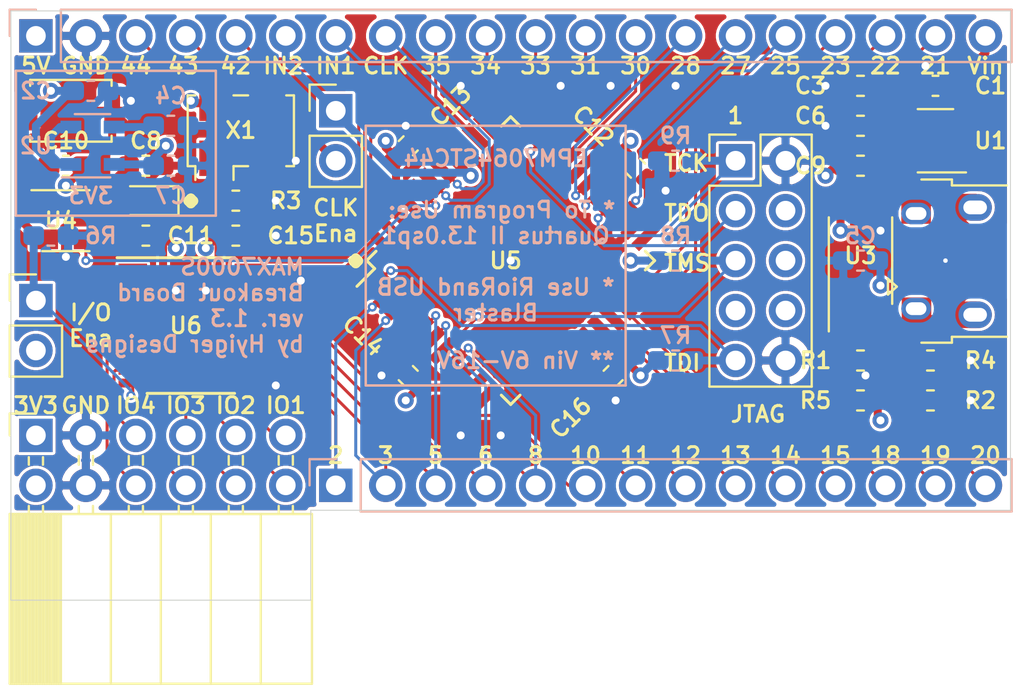
<source format=kicad_pcb>
(kicad_pcb (version 20171130) (host pcbnew "(5.1.9-0-10_14)")
  (title_block (title "MAX7000S Breakout Board") (date 2021-01-13) (rev 1.3) (company "Hyiger Designs"))
  (layers (0 F.Cu signal) (1 In1.Cu power) (2 In2.Cu power) (31 B.Cu signal) (36 B.SilkS user hide) (37 F.SilkS user hide) (38 B.Mask user hide) (39 F.Mask user hide) (44 Edge.Cuts user))
  (net 0 "")
  (net 1 GND)
  (net 2 /TDI)
  (net 3 /TMS)
  (net 4 /TDO)
  (net 5 /TCK)
  (net 6 /CLK)
  (net 7 Vin)
  (net 8 +5V)
  (net 9 +3V3)
  (net 10 "Net-(D2-Pad1)")
  (net 11 "Net-(R4-Pad1)")
  (net 12 /IN2)
  (net 13 /IN1)
  (net 14 /PB0)
  (net 15 "Net-(C6-Pad1)")
  (net 16 /P15)
  (net 17 /P14)
  (net 18 /P13)
  (net 19 /P12)
  (net 20 /P11)
  (net 21 /P10)
  (net 22 /IO6)
  (net 23 /IO2)
  (net 24 /IO5)
  (net 25 /IO1)
  (net 26 /IO3)
  (net 27 /IO7)
  (net 28 /IO4)
  (net 29 /IO8)
  (net 30 /P18)
  (net 31 /P19)
  (net 32 /P20)
  (net 33 /P21)
  (net 34 /P22)
  (net 35 /P23)
  (net 36 /P25)
  (net 37 /P27)
  (net 38 /P28)
  (net 39 /P30)
  (net 40 /P31)
  (net 41 /P33)
  (net 42 /P34)
  (net 43 /P35)
  (net 44 /P8)
  (net 45 /P6)
  (net 46 /P5)
  (net 47 /P3)
  (net 48 /P2)
  (net 49 /P44)
  (net 50 /P43)
  (net 51 /P42)
  (net 52 "Net-(SW1-Pad1)")
  (net 53 "Net-(C3-Pad1)")
  (net 54 "Net-(C4-Pad1)")
  (net 55 "Net-(C5-Pad1)")
  (net 56 "Net-(J3-Pad6)")
  (net 57 "Net-(JP1-Pad2)")
  (net 58 "Net-(JP2-Pad1)")
  (net 59 "Net-(R1-Pad1)")
  (net 60 "Net-(R2-Pad1)")
  (net 61 "Net-(R5-Pad2)")
  (module Capacitor_SMD:C_0603_1608Metric_Pad1.05x0.95mm_HandSolder (layer F.Cu) (at 167.64 99.314)
    (fp_text reference C9 (at -2.54 0) (layer F.SilkS) (effects (font (size 0.8128 0.8128) (thickness 0.1524))))
    (fp_text value 4.7uF)
    (pad 2 smd roundrect (at 0.875 0) (size 1.05 0.95) (layers F.Cu F.Paste F.Mask) (net 1 GND))
    (pad 1 smd roundrect (at -0.875 0) (size 1.05 0.95) (layers F.Cu F.Paste F.Mask) (net 8 +5V))
  )
  (module Package_TO_SOT_SMD:SOT-23-5 (layer F.Cu) (at 171.45 98.044 180)
    (fp_text reference U1 (at -2.794 0) (layer F.SilkS) (effects (font (size 0.8128 0.8128) (thickness 0.1524))))
    (fp_text value LP2985-5.0)
    (pad 5 smd rect (at 1.1 -0.95 180) (size 1.06 0.65) (layers F.Cu F.Paste F.Mask) (net 15 "Net-(C6-Pad1)"))
    (pad 4 smd rect (at 1.1 0.95 180) (size 1.06 0.65) (layers F.Cu F.Paste F.Mask) (net 53 "Net-(C3-Pad1)"))
    (pad 3 smd rect (at -1.1 0.95 180) (size 1.06 0.65) (layers F.Cu F.Paste F.Mask) (net 7 Vin))
    (pad 2 smd rect (at -1.1 0 180) (size 1.06 0.65) (layers F.Cu F.Paste F.Mask) (net 1 GND))
    (pad 1 smd rect (at -1.1 -0.95 180) (size 1.06 0.65) (layers F.Cu F.Paste F.Mask) (net 7 Vin))
  )
  (module Package_QFP:TQFP-44_10x10mm_P0.8mm (layer F.Cu) (at 149.86 104.14 45)
    (fp_text reference U5 (at -0.179605 -0.179605) (layer F.SilkS) (effects (font (size 0.8128 0.8128) (thickness 0.1524))))
    (fp_text value EPM7064STC44)
    (pad 44 smd rect (at -4 -5.7 135) (size 1.5 0.55) (layers F.Cu F.Paste F.Mask) (net 49 /P44))
    (pad 43 smd rect (at -3.2 -5.7 135) (size 1.5 0.55) (layers F.Cu F.Paste F.Mask) (net 50 /P43))
    (pad 42 smd rect (at -2.4 -5.7 135) (size 1.5 0.55) (layers F.Cu F.Paste F.Mask) (net 51 /P42))
    (pad 41 smd rect (at -1.6 -5.7 135) (size 1.5 0.55) (layers F.Cu F.Paste F.Mask) (net 8 +5V))
    (pad 40 smd rect (at -0.8 -5.7 135) (size 1.5 0.55) (layers F.Cu F.Paste F.Mask) (net 14 /PB0))
    (pad 39 smd rect (at 0 -5.7 135) (size 1.5 0.55) (layers F.Cu F.Paste F.Mask) (net 12 /IN2))
    (pad 38 smd rect (at 0.8 -5.7 135) (size 1.5 0.55) (layers F.Cu F.Paste F.Mask) (net 13 /IN1))
    (pad 37 smd rect (at 1.6 -5.7 135) (size 1.5 0.55) (layers F.Cu F.Paste F.Mask) (net 6 /CLK))
    (pad 36 smd rect (at 2.4 -5.7 135) (size 1.5 0.55) (layers F.Cu F.Paste F.Mask) (net 1 GND))
    (pad 35 smd rect (at 3.2 -5.7 135) (size 1.5 0.55) (layers F.Cu F.Paste F.Mask) (net 43 /P35))
    (pad 34 smd rect (at 4 -5.7 135) (size 1.5 0.55) (layers F.Cu F.Paste F.Mask) (net 42 /P34))
    (pad 33 smd rect (at 5.7 -4 45) (size 1.5 0.55) (layers F.Cu F.Paste F.Mask) (net 41 /P33))
    (pad 32 smd rect (at 5.7 -3.2 45) (size 1.5 0.55) (layers F.Cu F.Paste F.Mask) (net 4 /TDO))
    (pad 31 smd rect (at 5.7 -2.4 45) (size 1.5 0.55) (layers F.Cu F.Paste F.Mask) (net 40 /P31))
    (pad 30 smd rect (at 5.7 -1.6 45) (size 1.5 0.55) (layers F.Cu F.Paste F.Mask) (net 39 /P30))
    (pad 29 smd rect (at 5.7 -0.8 45) (size 1.5 0.55) (layers F.Cu F.Paste F.Mask) (net 8 +5V))
    (pad 28 smd rect (at 5.7 0 45) (size 1.5 0.55) (layers F.Cu F.Paste F.Mask) (net 38 /P28))
    (pad 27 smd rect (at 5.7 0.8 45) (size 1.5 0.55) (layers F.Cu F.Paste F.Mask) (net 37 /P27))
    (pad 26 smd rect (at 5.7 1.6 45) (size 1.5 0.55) (layers F.Cu F.Paste F.Mask) (net 5 /TCK))
    (pad 25 smd rect (at 5.7 2.4 45) (size 1.5 0.55) (layers F.Cu F.Paste F.Mask) (net 36 /P25))
    (pad 24 smd rect (at 5.7 3.2 45) (size 1.5 0.55) (layers F.Cu F.Paste F.Mask) (net 1 GND))
    (pad 23 smd rect (at 5.7 4 45) (size 1.5 0.55) (layers F.Cu F.Paste F.Mask) (net 35 /P23))
    (pad 22 smd rect (at 4 5.7 135) (size 1.5 0.55) (layers F.Cu F.Paste F.Mask) (net 34 /P22))
    (pad 21 smd rect (at 3.2 5.7 135) (size 1.5 0.55) (layers F.Cu F.Paste F.Mask) (net 33 /P21))
    (pad 20 smd rect (at 2.4 5.7 135) (size 1.5 0.55) (layers F.Cu F.Paste F.Mask) (net 32 /P20))
    (pad 19 smd rect (at 1.6 5.7 135) (size 1.5 0.55) (layers F.Cu F.Paste F.Mask) (net 31 /P19))
    (pad 18 smd rect (at 0.8 5.7 135) (size 1.5 0.55) (layers F.Cu F.Paste F.Mask) (net 30 /P18))
    (pad 17 smd rect (at 0 5.7 135) (size 1.5 0.55) (layers F.Cu F.Paste F.Mask) (net 8 +5V))
    (pad 16 smd rect (at -0.8 5.7 135) (size 1.5 0.55) (layers F.Cu F.Paste F.Mask) (net 1 GND))
    (pad 15 smd rect (at -1.6 5.7 135) (size 1.5 0.55) (layers F.Cu F.Paste F.Mask) (net 16 /P15))
    (pad 14 smd rect (at -2.4 5.7 135) (size 1.5 0.55) (layers F.Cu F.Paste F.Mask) (net 17 /P14))
    (pad 13 smd rect (at -3.2 5.7 135) (size 1.5 0.55) (layers F.Cu F.Paste F.Mask) (net 18 /P13))
    (pad 12 smd rect (at -4 5.7 135) (size 1.5 0.55) (layers F.Cu F.Paste F.Mask) (net 19 /P12))
    (pad 11 smd rect (at -5.7 4 45) (size 1.5 0.55) (layers F.Cu F.Paste F.Mask) (net 20 /P11))
    (pad 10 smd rect (at -5.7 3.2 45) (size 1.5 0.55) (layers F.Cu F.Paste F.Mask) (net 21 /P10))
    (pad 9 smd rect (at -5.7 2.4 45) (size 1.5 0.55) (layers F.Cu F.Paste F.Mask) (net 8 +5V))
    (pad 8 smd rect (at -5.7 1.6 45) (size 1.5 0.55) (layers F.Cu F.Paste F.Mask) (net 44 /P8))
    (pad 7 smd rect (at -5.7 0.8 45) (size 1.5 0.55) (layers F.Cu F.Paste F.Mask) (net 3 /TMS))
    (pad 6 smd rect (at -5.7 0 45) (size 1.5 0.55) (layers F.Cu F.Paste F.Mask) (net 45 /P6))
    (pad 5 smd rect (at -5.7 -0.8 45) (size 1.5 0.55) (layers F.Cu F.Paste F.Mask) (net 46 /P5))
    (pad 4 smd rect (at -5.7 -1.6 45) (size 1.5 0.55) (layers F.Cu F.Paste F.Mask) (net 1 GND))
    (pad 3 smd rect (at -5.7 -2.4 45) (size 1.5 0.55) (layers F.Cu F.Paste F.Mask) (net 47 /P3))
    (pad 2 smd rect (at -5.7 -3.2 45) (size 1.5 0.55) (layers F.Cu F.Paste F.Mask) (net 48 /P2))
    (pad 1 smd rect (at -5.7 -4 45) (size 1.5 0.55) (layers F.Cu F.Paste F.Mask) (net 2 /TDI))
  )
  (module Package_SO:TSSOP-8_4.4x3mm_P0.65mm (layer F.Cu) (at 167.64 104.14 90)
    (fp_text reference U3 (at 0.254 0 180) (layer F.SilkS) (effects (font (size 0.8128 0.8128) (thickness 0.1524))))
    (fp_text value TPS2113A)
    (pad 8 smd roundrect (at 2.8625 -0.975 90) (size 1.475 0.4) (layers F.Cu F.Paste F.Mask) (net 55 "Net-(C5-Pad1)"))
    (pad 7 smd roundrect (at 2.8625 -0.325 90) (size 1.475 0.4) (layers F.Cu F.Paste F.Mask) (net 8 +5V))
    (pad 6 smd roundrect (at 2.8625 0.325 90) (size 1.475 0.4) (layers F.Cu F.Paste F.Mask) (net 15 "Net-(C6-Pad1)"))
    (pad 5 smd roundrect (at 2.8625 0.975 90) (size 1.475 0.4) (layers F.Cu F.Paste F.Mask) (net 1 GND))
    (pad 4 smd roundrect (at -2.8625 0.975 90) (size 1.475 0.4) (layers F.Cu F.Paste F.Mask) (net 11 "Net-(R4-Pad1)"))
    (pad 3 smd roundrect (at -2.8625 0.325 90) (size 1.475 0.4) (layers F.Cu F.Paste F.Mask) (net 60 "Net-(R2-Pad1)"))
    (pad 2 smd roundrect (at -2.8625 -0.325 90) (size 1.475 0.4) (layers F.Cu F.Paste F.Mask) (net 59 "Net-(R1-Pad1)"))
    (pad 1 smd roundrect (at -2.8625 -0.975 90) (size 1.475 0.4) (layers F.Cu F.Paste F.Mask) (net 61 "Net-(R5-Pad2)"))
  )
  (module Package_TO_SOT_SMD:SOT-23-5 (layer B.Cu) (at 128.608 98.298)
    (fp_text reference U2 (at -2.878 0) (layer B.SilkS) (effects (font (size 0.8128 0.8128) (thickness 0.1524)) (justify mirror)))
    (fp_text value LP2985-3.3)
    (pad 5 smd rect (at 1.1 0.95) (size 1.06 0.65) (layers B.Cu B.Paste B.Mask) (net 9 +3V3))
    (pad 4 smd rect (at 1.1 -0.95) (size 1.06 0.65) (layers B.Cu B.Paste B.Mask) (net 54 "Net-(C4-Pad1)"))
    (pad 3 smd rect (at -1.1 -0.95) (size 1.06 0.65) (layers B.Cu B.Paste B.Mask) (net 8 +5V))
    (pad 2 smd rect (at -1.1 0) (size 1.06 0.65) (layers B.Cu B.Paste B.Mask) (net 1 GND))
    (pad 1 smd rect (at -1.1 0.95) (size 1.06 0.65) (layers B.Cu B.Paste B.Mask) (net 8 +5V))
  )
  (module Package_TO_SOT_SMD:SOT-143 (layer F.Cu) (at 127.254 102.108)
    (fp_text reference U4 (at -0.254 0) (layer F.SilkS) (effects (font (size 0.8128 0.8128) (thickness 0.1524))))
    (fp_text value MAX6816)
    (pad 4 smd rect (at 1.1 -0.95 270) (size 1 1.4) (layers F.Cu F.Paste F.Mask) (net 8 +5V))
    (pad 3 smd rect (at 1.1 0.95 270) (size 1 1.4) (layers F.Cu F.Paste F.Mask) (net 14 /PB0))
    (pad 2 smd rect (at -1.1 0.95 270) (size 1 1.4) (layers F.Cu F.Paste F.Mask) (net 52 "Net-(SW1-Pad1)"))
    (pad 1 smd rect (at -1.1 -0.77 270) (size 1.2 1.4) (layers F.Cu F.Paste F.Mask) (net 1 GND))
  )
  (module Resistor_SMD:R_0603_1608Metric_Pad1.05x0.95mm_HandSolder (layer B.Cu) (at 158.242 104.14)
    (fp_text reference R8 (at 0 -1.27) (layer B.SilkS) (effects (font (size 0.8128 0.8128) (thickness 0.1524)) (justify mirror)))
    (fp_text value 10K)
    (pad 2 smd roundrect (at 0.875 0) (size 1.05 0.95) (layers B.Cu B.Paste B.Mask) (net 3 /TMS))
    (pad 1 smd roundrect (at -0.875 0) (size 1.05 0.95) (layers B.Cu B.Paste B.Mask) (net 8 +5V))
  )
  (module Resistor_SMD:R_0603_1608Metric_Pad1.05x0.95mm_HandSolder (layer B.Cu) (at 158.242 99.06 180)
    (fp_text reference R9 (at 0 1.27 180) (layer B.SilkS) (effects (font (size 0.8128 0.8128) (thickness 0.1524)) (justify mirror)))
    (fp_text value 1K)
    (pad 2 smd roundrect (at 0.875 0 180) (size 1.05 0.95) (layers B.Cu B.Paste B.Mask) (net 1 GND))
    (pad 1 smd roundrect (at -0.875 0 180) (size 1.05 0.95) (layers B.Cu B.Paste B.Mask) (net 5 /TCK))
  )
  (module Package_SO:TSSOP-20_4.4x6.5mm_P0.65mm (layer F.Cu) (at 133.604 107.442)
    (fp_text reference U6 (at -0.254 0) (layer F.SilkS) (effects (font (size 0.8128 0.8128) (thickness 0.1524))))
    (fp_text value TXS0108EPW)
    (pad 20 smd rect (at 2.95 -2.925) (size 1.45 0.45) (layers F.Cu F.Paste F.Mask) (net 49 /P44))
    (pad 19 smd rect (at 2.95 -2.275) (size 1.45 0.45) (layers F.Cu F.Paste F.Mask) (net 8 +5V))
    (pad 18 smd rect (at 2.95 -1.625) (size 1.45 0.45) (layers F.Cu F.Paste F.Mask) (net 50 /P43))
    (pad 17 smd rect (at 2.95 -0.975) (size 1.45 0.45) (layers F.Cu F.Paste F.Mask) (net 51 /P42))
    (pad 16 smd rect (at 2.95 -0.325) (size 1.45 0.45) (layers F.Cu F.Paste F.Mask) (net 44 /P8))
    (pad 15 smd rect (at 2.95 0.325) (size 1.45 0.45) (layers F.Cu F.Paste F.Mask) (net 45 /P6))
    (pad 14 smd rect (at 2.95 0.975) (size 1.45 0.45) (layers F.Cu F.Paste F.Mask) (net 46 /P5))
    (pad 13 smd rect (at 2.95 1.625) (size 1.45 0.45) (layers F.Cu F.Paste F.Mask) (net 47 /P3))
    (pad 12 smd rect (at 2.95 2.275) (size 1.45 0.45) (layers F.Cu F.Paste F.Mask) (net 48 /P2))
    (pad 11 smd rect (at 2.95 2.925) (size 1.45 0.45) (layers F.Cu F.Paste F.Mask) (net 1 GND))
    (pad 10 smd rect (at -2.95 2.925) (size 1.45 0.45) (layers F.Cu F.Paste F.Mask) (net 58 "Net-(JP2-Pad1)"))
    (pad 9 smd rect (at -2.95 2.275) (size 1.45 0.45) (layers F.Cu F.Paste F.Mask) (net 28 /IO4))
    (pad 8 smd rect (at -2.95 1.625) (size 1.45 0.45) (layers F.Cu F.Paste F.Mask) (net 27 /IO7))
    (pad 7 smd rect (at -2.95 0.975) (size 1.45 0.45) (layers F.Cu F.Paste F.Mask) (net 26 /IO3))
    (pad 6 smd rect (at -2.95 0.325) (size 1.45 0.45) (layers F.Cu F.Paste F.Mask) (net 22 /IO6))
    (pad 5 smd rect (at -2.95 -0.325) (size 1.45 0.45) (layers F.Cu F.Paste F.Mask) (net 23 /IO2))
    (pad 4 smd rect (at -2.95 -0.975) (size 1.45 0.45) (layers F.Cu F.Paste F.Mask) (net 24 /IO5))
    (pad 3 smd rect (at -2.95 -1.625) (size 1.45 0.45) (layers F.Cu F.Paste F.Mask) (net 25 /IO1))
    (pad 2 smd rect (at -2.95 -2.275) (size 1.45 0.45) (layers F.Cu F.Paste F.Mask) (net 9 +3V3))
    (pad 1 smd rect (at -2.95 -2.925) (size 1.45 0.45) (layers F.Cu F.Paste F.Mask) (net 29 /IO8))
  )
  (module Capacitor_SMD:C_0603_1608Metric_Pad1.05x0.95mm_HandSolder (layer F.Cu) (at 135.89 102.87)
    (fp_text reference C15 (at 2.794 0) (layer F.SilkS) (effects (font (size 0.8128 0.8128) (thickness 0.1524))))
    (fp_text value 100nF)
    (pad 2 smd roundrect (at 0.875 0) (size 1.05 0.95) (layers F.Cu F.Paste F.Mask) (net 1 GND))
    (pad 1 smd roundrect (at -0.875 0) (size 1.05 0.95) (layers F.Cu F.Paste F.Mask) (net 8 +5V))
  )
  (module Capacitor_SMD:C_0603_1608Metric_Pad1.05x0.95mm_HandSolder (layer F.Cu) (at 131.318 102.87 180)
    (fp_text reference C11 (at -2.286 0) (layer F.SilkS) (effects (font (size 0.8128 0.8128) (thickness 0.1524))))
    (fp_text value 100nF)
    (pad 2 smd roundrect (at 0.875 0 180) (size 1.05 0.95) (layers F.Cu F.Paste F.Mask) (net 1 GND))
    (pad 1 smd roundrect (at -0.875 0 180) (size 1.05 0.95) (layers F.Cu F.Paste F.Mask) (net 9 +3V3))
  )
  (module max_breakout:PinSocket_2x06_Top_Bottom_P2.54mm_Horizontal (layer F.Cu) (at 125.73 113.03 90)
    (fp_text reference J2 hide)
    (fp_text value PMOD)
    (pad 12 thru_hole oval (at -2.54 12.7 90) (size 1.7 1.7) (drill 1) (layers *.Cu *.Mask) (net 24 /IO5))
    (pad 11 thru_hole oval (at -2.54 10.16 90) (size 1.7 1.7) (drill 1) (layers *.Cu *.Mask) (net 22 /IO6))
    (pad 10 thru_hole oval (at -2.54 7.62 90) (size 1.7 1.7) (drill 1) (layers *.Cu *.Mask) (net 27 /IO7))
    (pad 9 thru_hole oval (at -2.54 5.08 90) (size 1.7 1.7) (drill 1) (layers *.Cu *.Mask) (net 29 /IO8))
    (pad 8 thru_hole oval (at -2.54 2.54 90) (size 1.7 1.7) (drill 1) (layers *.Cu *.Mask) (net 1 GND))
    (pad 7 thru_hole oval (at -2.54 0 90) (size 1.7 1.7) (drill 1) (layers *.Cu *.Mask) (net 9 +3V3))
    (pad 6 thru_hole oval (at 0 12.7 90) (size 1.7 1.7) (drill 1) (layers *.Cu *.Mask) (net 25 /IO1))
    (pad 5 thru_hole oval (at 0 10.16 90) (size 1.7 1.7) (drill 1) (layers *.Cu *.Mask) (net 23 /IO2))
    (pad 4 thru_hole oval (at 0 7.62 90) (size 1.7 1.7) (drill 1) (layers *.Cu *.Mask) (net 26 /IO3))
    (pad 3 thru_hole oval (at 0 5.08 90) (size 1.7 1.7) (drill 1) (layers *.Cu *.Mask) (net 28 /IO4))
    (pad 2 thru_hole oval (at 0 2.54 90) (size 1.7 1.7) (drill 1) (layers *.Cu *.Mask) (net 1 GND))
    (pad 1 thru_hole rect (at 0 0 90) (size 1.7 1.7) (drill 1) (layers *.Cu *.Mask) (net 9 +3V3))
  )
  (module Resistor_SMD:R_0603_1608Metric_Pad1.05x0.95mm_HandSolder (layer B.Cu) (at 126.492 102.87)
    (fp_text reference R6 (at 2.54 0) (layer B.SilkS) (effects (font (size 0.8128 0.8128) (thickness 0.1524)) (justify mirror)))
    (fp_text value 1K)
    (pad 2 smd roundrect (at 0.875 0) (size 1.05 0.95) (layers B.Cu B.Paste B.Mask) (net 1 GND))
    (pad 1 smd roundrect (at -0.875 0) (size 1.05 0.95) (layers B.Cu B.Paste B.Mask) (net 58 "Net-(JP2-Pad1)"))
  )
  (module Capacitor_SMD:C_0603_1608Metric_Pad1.08x0.95mm_HandSolder (layer F.Cu) (at 171.45 95.25 180)
    (fp_text reference C1 (at -2.794 0) (layer F.SilkS) (effects (font (size 0.8128 0.8128) (thickness 0.1524))))
    (fp_text value 1uF)
    (pad 2 smd roundrect (at 0.8625 0 180) (size 1.075 0.95) (layers F.Cu F.Paste F.Mask) (net 1 GND))
    (pad 1 smd roundrect (at -0.8625 0 180) (size 1.075 0.95) (layers F.Cu F.Paste F.Mask) (net 7 Vin))
  )
  (module Capacitor_SMD:C_0603_1608Metric_Pad1.08x0.95mm_HandSolder (layer F.Cu) (at 127.254 99.314 180)
    (fp_text reference C10 (at 0 1.27) (layer F.SilkS) (effects (font (size 0.8128 0.8128) (thickness 0.1524))))
    (fp_text value 100nF)
    (pad 2 smd roundrect (at 0.8625 0 180) (size 1.075 0.95) (layers F.Cu F.Paste F.Mask) (net 1 GND))
    (pad 1 smd roundrect (at -0.8625 0 180) (size 1.075 0.95) (layers F.Cu F.Paste F.Mask) (net 8 +5V))
  )
  (module Button_Switch_SMD:SW_Push_SPST_NO_Alps_SKRK (layer F.Cu) (at 127.508 96.52)
    (fp_text reference SW1 hide)
    (fp_text value User)
    (pad 1 smd roundrect (at -2.1 0) (size 0.8 2) (layers F.Cu F.Paste F.Mask) (net 52 "Net-(SW1-Pad1)"))
    (pad 2 smd roundrect (at 2.1 0) (size 0.8 2) (layers F.Cu F.Paste F.Mask) (net 1 GND))
  )
  (module Connector_PinHeader_2.54mm:PinHeader_1x14_P2.54mm_Vertical (layer B.Cu) (at 140.97 115.57 270)
    (fp_text reference J1 hide)
    (fp_text value Left)
    (pad 14 thru_hole oval (at 0 -33.02 270) (size 1.7 1.7) (drill 1) (layers *.Cu *.Mask) (net 32 /P20))
    (pad 13 thru_hole oval (at 0 -30.48 270) (size 1.7 1.7) (drill 1) (layers *.Cu *.Mask) (net 31 /P19))
    (pad 12 thru_hole oval (at 0 -27.94 270) (size 1.7 1.7) (drill 1) (layers *.Cu *.Mask) (net 30 /P18))
    (pad 11 thru_hole oval (at 0 -25.4 270) (size 1.7 1.7) (drill 1) (layers *.Cu *.Mask) (net 16 /P15))
    (pad 10 thru_hole oval (at 0 -22.86 270) (size 1.7 1.7) (drill 1) (layers *.Cu *.Mask) (net 17 /P14))
    (pad 9 thru_hole oval (at 0 -20.32 270) (size 1.7 1.7) (drill 1) (layers *.Cu *.Mask) (net 18 /P13))
    (pad 8 thru_hole oval (at 0 -17.78 270) (size 1.7 1.7) (drill 1) (layers *.Cu *.Mask) (net 19 /P12))
    (pad 7 thru_hole oval (at 0 -15.24 270) (size 1.7 1.7) (drill 1) (layers *.Cu *.Mask) (net 20 /P11))
    (pad 6 thru_hole oval (at 0 -12.7 270) (size 1.7 1.7) (drill 1) (layers *.Cu *.Mask) (net 21 /P10))
    (pad 5 thru_hole oval (at 0 -10.16 270) (size 1.7 1.7) (drill 1) (layers *.Cu *.Mask) (net 44 /P8))
    (pad 4 thru_hole oval (at 0 -7.62 270) (size 1.7 1.7) (drill 1) (layers *.Cu *.Mask) (net 45 /P6))
    (pad 3 thru_hole oval (at 0 -5.08 270) (size 1.7 1.7) (drill 1) (layers *.Cu *.Mask) (net 46 /P5))
    (pad 2 thru_hole oval (at 0 -2.54 270) (size 1.7 1.7) (drill 1) (layers *.Cu *.Mask) (net 47 /P3))
    (pad 1 thru_hole rect (at 0 0 270) (size 1.7 1.7) (drill 1) (layers *.Cu *.Mask) (net 48 /P2))
  )
  (module Capacitor_SMD:C_0603_1608Metric_Pad1.05x0.95mm_HandSolder (layer F.Cu) (at 144.653 98.298 45)
    (fp_text reference C13 (at 2.963485 0.089803 45) (layer F.SilkS) (effects (font (size 0.8128 0.8128) (thickness 0.1524))))
    (fp_text value 100nF)
    (pad 2 smd roundrect (at 0.875 0 45) (size 1.05 0.95) (layers F.Cu F.Paste F.Mask) (net 1 GND))
    (pad 1 smd roundrect (at -0.875 0 45) (size 1.05 0.95) (layers F.Cu F.Paste F.Mask) (net 8 +5V))
  )
  (module Connector_PinHeader_2.54mm:PinHeader_2x05_P2.54mm_Vertical (layer F.Cu) (at 161.29 99.06)
    (fp_text reference J5 hide)
    (fp_text value JTAG)
    (pad 10 thru_hole oval (at 2.54 10.16) (size 1.7 1.7) (drill 1) (layers *.Cu *.Mask) (net 1 GND))
    (pad 9 thru_hole oval (at 0 10.16) (size 1.7 1.7) (drill 1) (layers *.Cu *.Mask) (net 2 /TDI))
    (pad 8 thru_hole oval (at 2.54 7.62) (size 1.7 1.7) (drill 1) (layers *.Cu *.Mask))
    (pad 7 thru_hole oval (at 0 7.62) (size 1.7 1.7) (drill 1) (layers *.Cu *.Mask))
    (pad 6 thru_hole oval (at 2.54 5.08) (size 1.7 1.7) (drill 1) (layers *.Cu *.Mask))
    (pad 5 thru_hole oval (at 0 5.08) (size 1.7 1.7) (drill 1) (layers *.Cu *.Mask) (net 3 /TMS))
    (pad 4 thru_hole oval (at 2.54 2.54) (size 1.7 1.7) (drill 1) (layers *.Cu *.Mask) (net 8 +5V))
    (pad 3 thru_hole oval (at 0 2.54) (size 1.7 1.7) (drill 1) (layers *.Cu *.Mask) (net 4 /TDO))
    (pad 2 thru_hole oval (at 2.54 0) (size 1.7 1.7) (drill 1) (layers *.Cu *.Mask) (net 1 GND))
    (pad 1 thru_hole rect (at 0 0) (size 1.7 1.7) (drill 1) (layers *.Cu *.Mask) (net 5 /TCK))
  )
  (module Resistor_SMD:R_0603_1608Metric_Pad1.05x0.95mm_HandSolder (layer B.Cu) (at 158.242 109.22)
    (fp_text reference R7 (at 0 -1.27 180) (layer B.SilkS) (effects (font (size 0.8128 0.8128) (thickness 0.1524)) (justify mirror)))
    (fp_text value 10K)
    (pad 2 smd roundrect (at 0.875 0) (size 1.05 0.95) (layers B.Cu B.Paste B.Mask) (net 2 /TDI))
    (pad 1 smd roundrect (at -0.875 0) (size 1.05 0.95) (layers B.Cu B.Paste B.Mask) (net 8 +5V))
  )
  (module Connector_PinHeader_2.54mm:PinHeader_1x20_P2.54mm_Vertical (layer B.Cu) (at 125.73 92.71 270)
    (fp_text reference J4 hide)
    (fp_text value Right)
    (pad 20 thru_hole oval (at 0 -48.26 270) (size 1.7 1.7) (drill 1) (layers *.Cu *.Mask) (net 7 Vin))
    (pad 19 thru_hole oval (at 0 -45.72 270) (size 1.7 1.7) (drill 1) (layers *.Cu *.Mask) (net 33 /P21))
    (pad 18 thru_hole oval (at 0 -43.18 270) (size 1.7 1.7) (drill 1) (layers *.Cu *.Mask) (net 34 /P22))
    (pad 17 thru_hole oval (at 0 -40.64 270) (size 1.7 1.7) (drill 1) (layers *.Cu *.Mask) (net 35 /P23))
    (pad 16 thru_hole oval (at 0 -38.1 270) (size 1.7 1.7) (drill 1) (layers *.Cu *.Mask) (net 36 /P25))
    (pad 15 thru_hole oval (at 0 -35.56 270) (size 1.7 1.7) (drill 1) (layers *.Cu *.Mask) (net 37 /P27))
    (pad 14 thru_hole oval (at 0 -33.02 270) (size 1.7 1.7) (drill 1) (layers *.Cu *.Mask) (net 38 /P28))
    (pad 13 thru_hole oval (at 0 -30.48 270) (size 1.7 1.7) (drill 1) (layers *.Cu *.Mask) (net 39 /P30))
    (pad 12 thru_hole oval (at 0 -27.94 270) (size 1.7 1.7) (drill 1) (layers *.Cu *.Mask) (net 40 /P31))
    (pad 11 thru_hole oval (at 0 -25.4 270) (size 1.7 1.7) (drill 1) (layers *.Cu *.Mask) (net 41 /P33))
    (pad 10 thru_hole oval (at 0 -22.86 270) (size 1.7 1.7) (drill 1) (layers *.Cu *.Mask) (net 42 /P34))
    (pad 9 thru_hole oval (at 0 -20.32 270) (size 1.7 1.7) (drill 1) (layers *.Cu *.Mask) (net 43 /P35))
    (pad 8 thru_hole oval (at 0 -17.78 270) (size 1.7 1.7) (drill 1) (layers *.Cu *.Mask) (net 12 /IN2))
    (pad 7 thru_hole oval (at 0 -15.24 270) (size 1.7 1.7) (drill 1) (layers *.Cu *.Mask) (net 13 /IN1))
    (pad 6 thru_hole oval (at 0 -12.7 270) (size 1.7 1.7) (drill 1) (layers *.Cu *.Mask) (net 6 /CLK))
    (pad 5 thru_hole oval (at 0 -10.16 270) (size 1.7 1.7) (drill 1) (layers *.Cu *.Mask) (net 51 /P42))
    (pad 4 thru_hole oval (at 0 -7.62 270) (size 1.7 1.7) (drill 1) (layers *.Cu *.Mask) (net 50 /P43))
    (pad 3 thru_hole oval (at 0 -5.08 270) (size 1.7 1.7) (drill 1) (layers *.Cu *.Mask) (net 49 /P44))
    (pad 2 thru_hole oval (at 0 -2.54 270) (size 1.7 1.7) (drill 1) (layers *.Cu *.Mask) (net 1 GND))
    (pad 1 thru_hole rect (at 0 0 270) (size 1.7 1.7) (drill 1) (layers *.Cu *.Mask) (net 8 +5V))
  )
  (module Resistor_SMD:R_0603_1608Metric_Pad1.05x0.95mm_HandSolder (layer F.Cu) (at 167.64 111.252 180)
    (fp_text reference R5 (at 2.286 0) (layer F.SilkS) (effects (font (size 0.8128 0.8128) (thickness 0.1524))))
    (fp_text value 100K)
    (pad 2 smd roundrect (at 0.875 0 180) (size 1.05 0.95) (layers F.Cu F.Paste F.Mask) (net 61 "Net-(R5-Pad2)"))
    (pad 1 smd roundrect (at -0.875 0 180) (size 1.05 0.95) (layers F.Cu F.Paste F.Mask) (net 8 +5V))
  )
  (module Resistor_SMD:R_0603_1608Metric_Pad1.05x0.95mm_HandSolder (layer F.Cu) (at 171.196 109.22)
    (fp_text reference R4 (at 2.54 0) (layer F.SilkS) (effects (font (size 0.8128 0.8128) (thickness 0.1524))))
    (fp_text value 1K)
    (pad 2 smd roundrect (at 0.875 0) (size 1.05 0.95) (layers F.Cu F.Paste F.Mask) (net 1 GND))
    (pad 1 smd roundrect (at -0.875 0) (size 1.05 0.95) (layers F.Cu F.Paste F.Mask) (net 11 "Net-(R4-Pad1)"))
  )
  (module Resistor_SMD:R_0603_1608Metric_Pad1.05x0.95mm_HandSolder (layer F.Cu) (at 171.196 111.252)
    (fp_text reference R2 (at 2.54 0) (layer F.SilkS) (effects (font (size 0.8128 0.8128) (thickness 0.1524))))
    (fp_text value 20K)
    (pad 2 smd roundrect (at 0.875 0) (size 1.05 0.95) (layers F.Cu F.Paste F.Mask) (net 1 GND))
    (pad 1 smd roundrect (at -0.875 0) (size 1.05 0.95) (layers F.Cu F.Paste F.Mask) (net 60 "Net-(R2-Pad1)"))
  )
  (module Resistor_SMD:R_0603_1608Metric_Pad1.05x0.95mm_HandSolder (layer F.Cu) (at 167.64 109.22)
    (fp_text reference R1 (at -2.286 0) (layer F.SilkS) (effects (font (size 0.8128 0.8128) (thickness 0.1524))))
    (fp_text value 100K)
    (pad 2 smd roundrect (at 0.875 0) (size 1.05 0.95) (layers F.Cu F.Paste F.Mask) (net 1 GND))
    (pad 1 smd roundrect (at -0.875 0) (size 1.05 0.95) (layers F.Cu F.Paste F.Mask) (net 59 "Net-(R1-Pad1)"))
  )
  (module Capacitor_SMD:C_0603_1608Metric_Pad1.05x0.95mm_HandSolder (layer B.Cu) (at 167.64 104.14 180)
    (fp_text reference C5 (at 0 1.27) (layer B.SilkS) (effects (font (size 0.8128 0.8128) (thickness 0.1524)) (justify mirror)))
    (fp_text value 1uF)
    (pad 2 smd roundrect (at 0.875 0 180) (size 1.05 0.95) (layers B.Cu B.Paste B.Mask) (net 1 GND))
    (pad 1 smd roundrect (at -0.875 0 180) (size 1.05 0.95) (layers B.Cu B.Paste B.Mask) (net 55 "Net-(C5-Pad1)"))
  )
  (module Capacitor_SMD:C_0603_1608Metric_Pad1.05x0.95mm_HandSolder (layer F.Cu) (at 167.64 95.25 180)
    (fp_text reference C3 (at 2.54 0) (layer F.SilkS) (effects (font (size 0.8128 0.8128) (thickness 0.1524))))
    (fp_text value 10nF)
    (pad 2 smd roundrect (at 0.875 0 180) (size 1.05 0.95) (layers F.Cu F.Paste F.Mask) (net 1 GND))
    (pad 1 smd roundrect (at -0.875 0 180) (size 1.05 0.95) (layers F.Cu F.Paste F.Mask) (net 53 "Net-(C3-Pad1)"))
  )
  (module Capacitor_SMD:C_0603_1608Metric_Pad1.05x0.95mm_HandSolder (layer F.Cu) (at 167.64 97.282 180)
    (fp_text reference C6 (at 2.54 0.508) (layer F.SilkS) (effects (font (size 0.8128 0.8128) (thickness 0.1524))))
    (fp_text value 1uF)
    (pad 2 smd roundrect (at 0.875 0 180) (size 1.05 0.95) (layers F.Cu F.Paste F.Mask) (net 1 GND))
    (pad 1 smd roundrect (at -0.875 0 180) (size 1.05 0.95) (layers F.Cu F.Paste F.Mask) (net 15 "Net-(C6-Pad1)"))
  )
  (module Connector_USB:USB_Micro-B_Amphenol_10103594-0001LF_Horizontal (layer F.Cu) (at 172.351 104.14 90)
    (fp_text reference J3 hide)
    (fp_text value USB_B_Micro)
    (pad 6 smd rect (at 0.935 1.385 180) (size 2.5 1.43) (layers F.Cu F.Paste F.Mask) (net 56 "Net-(J3-Pad6)"))
    (pad 6 smd rect (at -0.985 1.385 180) (size 2.5 1.43) (layers F.Cu F.Paste F.Mask) (net 56 "Net-(J3-Pad6)"))
    (pad 6 thru_hole oval (at 2.705 1.115 180) (size 1.7 1.35) (drill oval 1.2 0.7) (layers *.Cu *.Mask) (net 56 "Net-(J3-Pad6)"))
    (pad 6 thru_hole oval (at -2.755 1.115 180) (size 1.7 1.35) (drill oval 1.2 0.7) (layers *.Cu *.Mask) (net 56 "Net-(J3-Pad6)"))
    (pad 6 thru_hole oval (at 2.395 -1.885 180) (size 1.5 1.1) (drill oval 1.05 0.65) (layers *.Cu *.Mask) (net 56 "Net-(J3-Pad6)"))
    (pad 6 thru_hole oval (at -2.445 -1.885 180) (size 1.5 1.1) (drill oval 1.05 0.65) (layers *.Cu *.Mask) (net 56 "Net-(J3-Pad6)"))
    (pad 5 smd rect (at 1.275 -1.765 180) (size 1.65 0.4) (layers F.Cu F.Paste F.Mask) (net 1 GND))
    (pad 4 smd rect (at 0.625 -1.765 180) (size 1.65 0.4) (layers F.Cu F.Paste F.Mask) (net 1 GND))
    (pad 3 smd rect (at -0.025 -1.765 180) (size 1.65 0.4) (layers F.Cu F.Paste F.Mask))
    (pad 2 smd rect (at -0.675 -1.765 180) (size 1.65 0.4) (layers F.Cu F.Paste F.Mask))
    (pad 1 smd rect (at -1.325 -1.765 180) (size 1.65 0.4) (layers F.Cu F.Paste F.Mask) (net 55 "Net-(C5-Pad1)"))
    (pad 6 smd rect (at 2.875 -1.885 90) (size 2 1.5) (layers F.Cu F.Paste F.Mask) (net 56 "Net-(J3-Pad6)"))
    (pad 6 smd rect (at -2.875 -1.865 90) (size 2 1.5) (layers F.Cu F.Paste F.Mask) (net 56 "Net-(J3-Pad6)"))
    (pad 6 smd rect (at 2.975 -0.565 90) (size 1.825 0.7) (layers F.Cu F.Paste F.Mask) (net 56 "Net-(J3-Pad6)"))
    (pad 6 smd rect (at -2.975 -0.565 90) (size 1.825 0.7) (layers F.Cu F.Paste F.Mask) (net 56 "Net-(J3-Pad6)"))
    (pad 6 smd rect (at -2.755 0.185 90) (size 1.35 2) (layers F.Cu F.Paste F.Mask) (net 56 "Net-(J3-Pad6)"))
    (pad 6 smd rect (at 2.725 0.185 90) (size 1.35 2) (layers F.Cu F.Paste F.Mask) (net 56 "Net-(J3-Pad6)"))
  )
  (module Connector_PinHeader_2.54mm:PinHeader_1x02_P2.54mm_Vertical (layer F.Cu) (at 140.97 96.52)
    (fp_text reference JP1 hide)
    (fp_text value "clk ena")
    (pad 2 thru_hole oval (at 0 2.54) (size 1.7 1.7) (drill 1) (layers *.Cu *.Mask) (net 57 "Net-(JP1-Pad2)"))
    (pad 1 thru_hole rect (at 0 0) (size 1.7 1.7) (drill 1) (layers *.Cu *.Mask) (net 6 /CLK))
  )
  (module Oscillator:Oscillator_SMD_TXC_7C-4Pin_5.0x3.2mm_HandSoldering (layer F.Cu) (at 136.144 97.536)
    (fp_text reference X1 (at 0 -0.0254) (layer F.SilkS) (effects (font (size 0.8128 0.8128) (thickness 0.1524))))
    (fp_text value "CTX-636 50mhz")
    (pad 4 smd rect (at -1.34 -1.4) (size 1.54 1.8) (layers F.Cu F.Paste F.Mask) (net 9 +3V3))
    (pad 3 smd rect (at 1.34 -1.4) (size 1.54 1.8) (layers F.Cu F.Paste F.Mask) (net 57 "Net-(JP1-Pad2)"))
    (pad 2 smd rect (at 1.34 1.4) (size 1.54 1.8) (layers F.Cu F.Paste F.Mask) (net 1 GND))
    (pad 1 smd rect (at -1.34 1.4) (size 1.54 1.8) (layers F.Cu F.Paste F.Mask) (net 9 +3V3))
  )
  (module Capacitor_SMD:C_0603_1608Metric_Pad1.05x0.95mm_HandSolder (layer B.Cu) (at 132.588 99.314)
    (fp_text reference C7 (at 0 1.524) (layer B.SilkS) (effects (font (size 0.8128 0.8128) (thickness 0.1524)) (justify mirror)))
    (fp_text value 1uF)
    (pad 2 smd roundrect (at 0.875 0) (size 1.05 0.95) (layers B.Cu B.Paste B.Mask) (net 1 GND))
    (pad 1 smd roundrect (at -0.875 0) (size 1.05 0.95) (layers B.Cu B.Paste B.Mask) (net 9 +3V3))
  )
  (module Capacitor_SMD:C_0603_1608Metric_Pad1.05x0.95mm_HandSolder (layer F.Cu) (at 131.318 99.314 180)
    (fp_text reference C8 (at 0 1.27) (layer F.SilkS) (effects (font (size 0.8128 0.8128) (thickness 0.1524))))
    (fp_text value 100nF)
    (pad 2 smd roundrect (at 0.875 0 180) (size 1.05 0.95) (layers F.Cu F.Paste F.Mask) (net 1 GND))
    (pad 1 smd roundrect (at -0.875 0 180) (size 1.05 0.95) (layers F.Cu F.Paste F.Mask) (net 9 +3V3))
  )
  (module Connector_PinHeader_2.54mm:PinHeader_1x02_P2.54mm_Vertical (layer F.Cu) (at 125.73 106.172)
    (fp_text reference JP2 hide)
    (fp_text value ena)
    (pad 2 thru_hole oval (at 0 2.54) (size 1.7 1.7) (drill 1) (layers *.Cu *.Mask) (net 9 +3V3))
    (pad 1 thru_hole rect (at 0 0) (size 1.7 1.7) (drill 1) (layers *.Cu *.Mask) (net 58 "Net-(JP2-Pad1)"))
  )
  (module Capacitor_SMD:C_0603_1608Metric_Pad1.05x0.95mm_HandSolder (layer B.Cu) (at 132.588 97.282)
    (fp_text reference C4 (at 0 -1.524) (layer B.SilkS) (effects (font (size 0.8128 0.8128) (thickness 0.1524)) (justify mirror)))
    (fp_text value 10nF)
    (pad 2 smd roundrect (at 0.875 0) (size 1.05 0.95) (layers B.Cu B.Paste B.Mask) (net 1 GND))
    (pad 1 smd roundrect (at -0.875 0) (size 1.05 0.95) (layers B.Cu B.Paste B.Mask) (net 54 "Net-(C4-Pad1)"))
  )
  (module Capacitor_SMD:C_0603_1608Metric_Pad1.05x0.95mm_HandSolder (layer B.Cu) (at 128.524 95.504)
    (fp_text reference C2 (at -2.794 0) (layer B.SilkS) (effects (font (size 0.8128 0.8128) (thickness 0.1524)) (justify mirror)))
    (fp_text value 1uF)
    (pad 2 smd roundrect (at 0.875 0) (size 1.05 0.95) (layers B.Cu B.Paste B.Mask) (net 1 GND))
    (pad 1 smd roundrect (at -0.875 0) (size 1.05 0.95) (layers B.Cu B.Paste B.Mask) (net 8 +5V))
  )
  (module Capacitor_SMD:C_0603_1608Metric_Pad1.05x0.95mm_HandSolder (layer F.Cu) (at 156.21 99.441 315)
    (fp_text reference C12 (at -3.053287 0 135) (layer F.SilkS) (effects (font (size 0.8128 0.8128) (thickness 0.1524))))
    (fp_text value 100nF)
    (pad 2 smd roundrect (at 0.875 0 315) (size 1.05 0.95) (layers F.Cu F.Paste F.Mask) (net 1 GND))
    (pad 1 smd roundrect (at -0.875 0 315) (size 1.05 0.95) (layers F.Cu F.Paste F.Mask) (net 8 +5V))
  )
  (module LED_SMD:LED_0603_1608Metric_Pad1.05x0.95mm_HandSolder (layer F.Cu) (at 131.318 101.092 180)
    (fp_text reference D2 hide)
    (fp_text value BLU)
    (pad 2 smd roundrect (at 0.875 0 180) (size 1.05 0.95) (layers F.Cu F.Paste F.Mask) (net 9 +3V3))
    (pad 1 smd roundrect (at -0.875 0 180) (size 1.05 0.95) (layers F.Cu F.Paste F.Mask) (net 10 "Net-(D2-Pad1)"))
  )
  (module Capacitor_SMD:C_0603_1608Metric_Pad1.05x0.95mm_HandSolder (layer F.Cu) (at 155.067 109.982 225)
    (fp_text reference C16 (at 3.053287 0 225) (layer F.SilkS) (effects (font (size 0.8128 0.8128) (thickness 0.1524))))
    (fp_text value 100nF)
    (pad 2 smd roundrect (at 0.875 0 225) (size 1.05 0.95) (layers F.Cu F.Paste F.Mask) (net 1 GND))
    (pad 1 smd roundrect (at -0.875 0 225) (size 1.05 0.95) (layers F.Cu F.Paste F.Mask) (net 8 +5V))
  )
  (module Resistor_SMD:R_0603_1608Metric_Pad1.05x0.95mm_HandSolder (layer F.Cu) (at 135.89 101.092)
    (fp_text reference R3 (at 2.54 0) (layer F.SilkS) (effects (font (size 0.8128 0.8128) (thickness 0.1524))))
    (fp_text value 100R)
    (pad 2 smd roundrect (at 0.875 0) (size 1.05 0.95) (layers F.Cu F.Paste F.Mask) (net 1 GND))
    (pad 1 smd roundrect (at -0.875 0) (size 1.05 0.95) (layers F.Cu F.Paste F.Mask) (net 10 "Net-(D2-Pad1)"))
  )
  (module Capacitor_SMD:C_0603_1608Metric_Pad1.05x0.95mm_HandSolder (layer F.Cu) (at 144.653 109.982 135)
    (fp_text reference C14 (at 3.053287 -0.179605 135) (layer F.SilkS) (effects (font (size 0.8128 0.8128) (thickness 0.1524))))
    (fp_text value 100nF)
    (pad 2 smd roundrect (at 0.875 0 135) (size 1.05 0.95) (layers F.Cu F.Paste F.Mask) (net 1 GND))
    (pad 1 smd roundrect (at -0.875 0 135) (size 1.05 0.95) (layers F.Cu F.Paste F.Mask) (net 8 +5V))
  )
  (gr_text . (at 133.604 100.076) (layer F.SilkS) (effects (font (size 2.54 2.54) (thickness 0.508))))
  (gr_line (start 139.7 116.84) (end 175.26 116.84) (layer Edge.Cuts) (width 0.0508))
  (gr_line (start 139.7 121.412) (end 139.7 116.84) (layer Edge.Cuts) (width 0.0508))
  (gr_line (start 124.46 121.412) (end 139.7 121.412) (layer Edge.Cuts) (width 0.0508))
  (gr_line (start 124.46 116.84) (end 124.46 121.412) (layer Edge.Cuts) (width 0.0508))
  (gr_text IO1 (at 138.43 111.506) (layer F.SilkS) (effects (font (size 0.8128 0.8128) (thickness 0.1524))))
  (gr_line (start 134.874 101.854) (end 124.714 101.854) (layer B.SilkS) (width 0.127))
  (gr_text IO2 (at 135.89 111.506) (layer F.SilkS) (effects (font (size 0.8128 0.8128) (thickness 0.1524))))
  (gr_text IO3 (at 133.35 111.506) (layer F.SilkS) (effects (font (size 0.8128 0.8128) (thickness 0.1524))))
  (gr_text IO4 (at 130.81 111.506) (layer F.SilkS) (effects (font (size 0.8128 0.8128) (thickness 0.1524))))
  (gr_line (start 124.46 116.84) (end 124.46 91.44) (layer Edge.Cuts) (width 0.05))
  (gr_text "EPM7064STC44\n\n* To Program Use: \nQuartus II 13.0sp1\n\n* Use RioRand USB\nBlaster\n" (at 149.098 102.87) (layer B.SilkS) (effects (font (size 0.8128 0.8128) (thickness 0.1524)) (justify mirror)))
  (gr_text "I/O\nEna" (at 128.524 107.442) (layer F.SilkS) (effects (font (size 0.8128 0.8128) (thickness 0.1524))))
  (gr_text "MAX7000S\nBreakout Board\nver. 1.3\nby Hyiger Designs" (at 139.446 106.426) (layer B.SilkS) (effects (font (size 0.8128 0.8128) (thickness 0.1524)) (justify left mirror)))
  (gr_text 3V3 (at 125.73 111.506) (layer F.SilkS) (effects (font (size 0.8128 0.8128) (thickness 0.1524))))
  (gr_line (start 124.714 101.854) (end 124.714 94.488) (layer B.SilkS) (width 0.127))
  (gr_line (start 134.874 94.488) (end 134.874 101.854) (layer B.SilkS) (width 0.127))
  (gr_line (start 124.714 94.488) (end 134.874 94.488) (layer B.SilkS) (width 0.127))
  (gr_text JTAG (at 162.433 111.9505) (layer F.SilkS) (effects (font (size 0.8128 0.8128) (thickness 0.1524))))
  (gr_text IN1 (at 140.97 94.234) (layer F.SilkS) (effects (font (size 0.8128 0.8128) (thickness 0.1524))))
  (gr_text IN2 (at 138.303 94.234) (layer F.SilkS) (effects (font (size 0.8128 0.8128) (thickness 0.1524))))
  (gr_text 18 (at 168.91 114.046) (layer F.SilkS) (effects (font (size 0.8128 0.8128) (thickness 0.1524))))
  (gr_text "** Vin 6V-16V" (at 150.622 109.22) (layer B.SilkS) (effects (font (size 0.8128 0.8128) (thickness 0.1524)) (justify mirror)))
  (gr_line (start 155.702 110.49) (end 155.702 97.282) (layer B.SilkS) (width 0.127))
  (gr_line (start 142.494 110.49) (end 155.702 110.49) (layer B.SilkS) (width 0.127))
  (gr_line (start 142.494 97.282) (end 142.494 110.49) (layer B.SilkS) (width 0.127))
  (gr_line (start 155.702 97.282) (end 142.494 97.282) (layer B.SilkS) (width 0.127))
  (gr_line (start 175.26 91.44) (end 175.26 116.84) (layer Edge.Cuts) (width 0.05))
  (gr_text "CLK\nEna" (at 140.97 102.108) (layer F.SilkS) (effects (font (size 0.8128 0.8128) (thickness 0.1524))))
  (gr_text 3V3 (at 128.524 100.838) (layer B.SilkS) (effects (font (size 0.8128 0.8128) (thickness 0.1524)) (justify mirror)))
  (gr_text 3 (at 143.51 114.046) (layer F.SilkS) (effects (font (size 0.8128 0.8128) (thickness 0.1524))))
  (gr_text Vin (at 173.99 94.234) (layer F.SilkS) (effects (font (size 0.8128 0.8128) (thickness 0.1524))))
  (gr_text 5V (at 125.73 94.234) (layer F.SilkS) (effects (font (size 0.8128 0.8128) (thickness 0.1524))))
  (gr_text . (at 141.986 103.124) (layer F.SilkS) (effects (font (size 2.54 2.54) (thickness 0.508))))
  (gr_text 28 (at 158.75 94.234) (layer F.SilkS) (effects (font (size 0.8128 0.8128) (thickness 0.1524))))
  (gr_text 6 (at 148.59 114.046) (layer F.SilkS) (effects (font (size 0.8128 0.8128) (thickness 0.1524))))
  (gr_text 1 (at 161.29 96.774) (layer F.SilkS) (effects (font (size 0.8128 0.8128) (thickness 0.1524))))
  (gr_text 19 (at 171.45 114.046) (layer F.SilkS) (effects (font (size 0.8128 0.8128) (thickness 0.1524))))
  (gr_text 20 (at 173.99 114.046) (layer F.SilkS) (effects (font (size 0.8128 0.8128) (thickness 0.1524))))
  (gr_text 21 (at 171.45 94.234) (layer F.SilkS) (effects (font (size 0.8128 0.8128) (thickness 0.1524))))
  (gr_text 22 (at 168.91 94.234) (layer F.SilkS) (effects (font (size 0.8128 0.8128) (thickness 0.1524))))
  (gr_text 23 (at 166.37 94.234) (layer F.SilkS) (effects (font (size 0.8128 0.8128) (thickness 0.1524))))
  (gr_text 25 (at 163.83 94.234) (layer F.SilkS) (effects (font (size 0.8128 0.8128) (thickness 0.1524))))
  (gr_text 27 (at 161.29 94.234) (layer F.SilkS) (effects (font (size 0.8128 0.8128) (thickness 0.1524))))
  (gr_text 30 (at 156.21 94.234) (layer F.SilkS) (effects (font (size 0.8128 0.8128) (thickness 0.1524))))
  (gr_text 31 (at 153.67 94.234) (layer F.SilkS) (effects (font (size 0.8128 0.8128) (thickness 0.1524))))
  (gr_text 33 (at 151.13 94.234) (layer F.SilkS) (effects (font (size 0.8128 0.8128) (thickness 0.1524))))
  (gr_text 34 (at 148.59 94.234) (layer F.SilkS) (effects (font (size 0.8128 0.8128) (thickness 0.1524))))
  (gr_text 35 (at 146.05 94.234) (layer F.SilkS) (effects (font (size 0.8128 0.8128) (thickness 0.1524))))
  (gr_text CLK (at 143.51 94.234) (layer F.SilkS) (effects (font (size 0.8128 0.8128) (thickness 0.1524))))
  (gr_text GND (at 128.27 94.234) (layer F.SilkS) (effects (font (size 0.8128 0.8128) (thickness 0.1524))))
  (gr_text GND (at 128.27 111.506) (layer F.SilkS) (effects (font (size 0.8128 0.8128) (thickness 0.1524))))
  (gr_text 15 (at 166.37 114.046) (layer F.SilkS) (effects (font (size 0.8128 0.8128) (thickness 0.1524))))
  (gr_text 14 (at 163.83 114.046) (layer F.SilkS) (effects (font (size 0.8128 0.8128) (thickness 0.1524))))
  (gr_text 13 (at 161.29 114.046) (layer F.SilkS) (effects (font (size 0.8128 0.8128) (thickness 0.1524))))
  (gr_text 12 (at 158.75 114.046) (layer F.SilkS) (effects (font (size 0.8128 0.8128) (thickness 0.1524))))
  (gr_text 11 (at 156.21 114.046) (layer F.SilkS) (effects (font (size 0.8128 0.8128) (thickness 0.1524))))
  (gr_text 10 (at 153.67 114.046) (layer F.SilkS) (effects (font (size 0.8128 0.8128) (thickness 0.1524))))
  (gr_text 8 (at 151.13 114.046) (layer F.SilkS) (effects (font (size 0.8128 0.8128) (thickness 0.1524))))
  (gr_text 5 (at 146.05 114.046) (layer F.SilkS) (effects (font (size 0.8128 0.8128) (thickness 0.1524))))
  (gr_text 2 (at 140.97 114.046) (layer F.SilkS) (effects (font (size 0.8128 0.8128) (thickness 0.1524))))
  (gr_text 44 (at 130.81 94.234) (layer F.SilkS) (effects (font (size 0.8128 0.8128) (thickness 0.1524))))
  (gr_text 43 (at 133.223 94.234) (layer F.SilkS) (effects (font (size 0.8128 0.8128) (thickness 0.1524))))
  (gr_text 42 (at 135.89 94.234) (layer F.SilkS) (effects (font (size 0.8128 0.8128) (thickness 0.1524))))
  (gr_text TDI (at 158.578248 109.347) (layer F.SilkS) (effects (font (size 0.8128 0.8128) (thickness 0.1524))))
  (gr_text TMS (at 158.829829 104.267) (layer F.SilkS) (effects (font (size 0.8128 0.8128) (thickness 0.1524))))
  (gr_text TDO (at 158.810476 101.727) (layer F.SilkS) (effects (font (size 0.8128 0.8128) (thickness 0.1524))))
  (gr_text TCK (at 158.791124 99.187) (layer F.SilkS) (effects (font (size 0.8128 0.8128) (thickness 0.1524))))
  (gr_line (start 124.46 91.44) (end 175.26 91.44) (layer Edge.Cuts) (width 0.05))
  (via (at 147.32 113.03) (size 0.8128) (drill 0.4064) (layers F.Cu B.Cu) (net 1))
  (via (at 149.352 113.03) (size 0.8128) (drill 0.4064) (layers F.Cu B.Cu) (net 1))
  (segment (start 146.793395 97.679282) (end 147.526548 98.412435) (width 0.4064) (layer F.Cu) (net 1))
  (segment (start 145.271718 97.679282) (end 146.793395 97.679282) (width 0.4064) (layer F.Cu) (net 1))
  (segment (start 156.828718 101.696765) (end 156.15325 102.372233) (width 0.4064) (layer F.Cu) (net 1))
  (segment (start 156.828718 100.059718) (end 156.828718 101.696765) (width 0.4064) (layer F.Cu) (net 1))
  (segment (start 154.448282 109.859653) (end 153.324823 108.736194) (width 0.4064) (layer F.Cu) (net 1))
  (segment (start 154.448282 110.600718) (end 154.448282 109.859653) (width 0.4064) (layer F.Cu) (net 1))
  (via (at 137.922 102.87) (size 0.8128) (drill 0.4064) (layers F.Cu B.Cu) (net 1))
  (segment (start 136.765 102.87) (end 137.922 102.87) (width 0.4064) (layer F.Cu) (net 1))
  (via (at 137.922 101.092) (size 0.8128) (drill 0.4064) (layers F.Cu B.Cu) (net 1))
  (segment (start 136.765 101.092) (end 137.922 101.092) (width 0.4064) (layer F.Cu) (net 1))
  (via (at 137.922 110.49) (size 0.8128) (drill 0.4064) (layers F.Cu B.Cu) (net 1))
  (segment (start 137.799 110.367) (end 137.922 110.49) (width 0.4064) (layer F.Cu) (net 1))
  (segment (start 136.554 110.367) (end 137.799 110.367) (width 0.4064) (layer F.Cu) (net 1))
  (via (at 143.295001 109.982) (size 0.8128) (drill 0.4064) (layers F.Cu B.Cu) (net 1))
  (segment (start 143.913719 109.363282) (end 143.295001 109.982) (width 0.4064) (layer F.Cu) (net 1))
  (segment (start 144.034282 109.363282) (end 143.913719 109.363282) (width 0.4064) (layer F.Cu) (net 1))
  (via (at 155.194 111.252) (size 0.8128) (drill 0.4064) (layers F.Cu B.Cu) (net 1))
  (segment (start 154.542718 110.600718) (end 155.194 111.252) (width 0.4064) (layer F.Cu) (net 1))
  (segment (start 154.448282 110.600718) (end 154.542718 110.600718) (width 0.4064) (layer F.Cu) (net 1))
  (segment (start 145.271718 97.679282) (end 145.271718 97.298282) (width 0.4064) (layer F.Cu) (net 1))
  (segment (start 170.586 103.515) (end 170.586 102.865) (width 0.4064) (layer F.Cu) (net 1))
  (segment (start 126.154 99.5515) (end 126.3915 99.314) (width 0.4064) (layer F.Cu) (net 1))
  (segment (start 126.154 101.338) (end 126.154 99.5515) (width 0.4064) (layer F.Cu) (net 1))
  (segment (start 130.443 97.355) (end 129.608 96.52) (width 0.4064) (layer F.Cu) (net 1))
  (segment (start 130.443 99.314) (end 130.443 97.355) (width 0.4064) (layer F.Cu) (net 1))
  (via (at 127.254 103.948204) (size 0.8128) (drill 0.4064) (layers F.Cu B.Cu) (net 1))
  (segment (start 127.367 103.835204) (end 127.254 103.948204) (width 0.4064) (layer B.Cu) (net 1))
  (segment (start 127.367 102.87) (end 127.367 103.835204) (width 0.4064) (layer B.Cu) (net 1))
  (via (at 144.526 97.282) (size 0.8128) (drill 0.4064) (layers F.Cu B.Cu) (net 1))
  (segment (start 144.923282 97.679282) (end 144.526 97.282) (width 0.4064) (layer F.Cu) (net 1))
  (segment (start 145.271718 97.679282) (end 144.923282 97.679282) (width 0.4064) (layer F.Cu) (net 1))
  (via (at 157.734 100.584) (size 0.8128) (drill 0.4064) (layers F.Cu B.Cu) (net 1))
  (segment (start 157.209718 100.059718) (end 157.734 100.584) (width 0.4064) (layer F.Cu) (net 1))
  (segment (start 156.828718 100.059718) (end 157.209718 100.059718) (width 0.4064) (layer F.Cu) (net 1))
  (segment (start 157.734 99.427) (end 157.367 99.06) (width 0.4064) (layer B.Cu) (net 1))
  (segment (start 157.734 100.584) (end 157.734 99.427) (width 0.4064) (layer B.Cu) (net 1))
  (segment (start 144.034282 109.363282) (end 144.034282 107.702976) (width 0.4064) (layer F.Cu) (net 1))
  (segment (start 144.034282 107.702976) (end 144.69812 107.039138) (width 0.4064) (layer F.Cu) (net 1))
  (via (at 149.86 104.14) (size 0.8128) (drill 0.4064) (layers F.Cu B.Cu) (net 1))
  (via (at 152.4 95.25) (size 0.8128) (drill 0.4064) (layers F.Cu B.Cu) (net 1))
  (via (at 147.32 95.25) (size 0.8128) (drill 0.4064) (layers F.Cu B.Cu) (net 1))
  (via (at 154.94 95.25) (size 0.8128) (drill 0.4064) (layers F.Cu B.Cu) (net 1))
  (via (at 167.894 109.982) (size 0.8128) (drill 0.4064) (layers F.Cu B.Cu) (net 1))
  (segment (start 168.515 109.361) (end 167.894 109.982) (width 0.4064) (layer F.Cu) (net 1))
  (segment (start 168.515 109.22) (end 168.515 109.361) (width 0.4064) (layer F.Cu) (net 1))
  (via (at 173.228 111.252) (size 0.8128) (drill 0.4064) (layers F.Cu B.Cu) (net 1))
  (segment (start 172.071 111.252) (end 173.228 111.252) (width 0.4064) (layer F.Cu) (net 1))
  (via (at 173.228 109.22) (size 0.8128) (drill 0.4064) (layers F.Cu B.Cu) (net 1))
  (segment (start 172.071 109.22) (end 173.228 109.22) (width 0.4064) (layer F.Cu) (net 1))
  (via (at 170.942 94.234) (size 0.8128) (drill 0.4064) (layers F.Cu B.Cu) (net 1))
  (segment (start 170.5875 94.5885) (end 170.942 94.234) (width 0.4064) (layer F.Cu) (net 1))
  (segment (start 170.5875 95.25) (end 170.5875 94.5885) (width 0.4064) (layer F.Cu) (net 1))
  (segment (start 170.586 102.865) (end 168.905 102.865) (width 0.4064) (layer F.Cu) (net 1))
  (segment (start 168.615 101.2775) (end 168.615 102.575) (width 0.4064) (layer F.Cu) (net 1))
  (segment (start 168.905 102.865) (end 168.656 102.616) (width 0.4064) (layer F.Cu) (net 1))
  (segment (start 168.615 102.575) (end 168.656 102.616) (width 0.4064) (layer F.Cu) (net 1))
  (via (at 168.656 102.616) (size 0.8128) (drill 0.4064) (layers F.Cu B.Cu) (net 1))
  (via (at 139.192 105.156) (size 0.8128) (drill 0.4064) (layers F.Cu B.Cu) (net 1))
  (via (at 171.958 104.14) (size 0.4572) (drill 0.2286) (layers F.Cu B.Cu) (net 1))
  (via (at 158.242 95.25) (size 0.8128) (drill 0.4064) (layers F.Cu B.Cu) (net 1))
  (via (at 138.938 99.06) (size 0.8128) (drill 0.4064) (layers F.Cu B.Cu) (net 1))
  (segment (start 138.814 98.936) (end 138.938 99.06) (width 0.4064) (layer F.Cu) (net 1))
  (segment (start 137.484 98.936) (end 138.814 98.936) (width 0.4064) (layer F.Cu) (net 1))
  (segment (start 171.6136 98.044) (end 172.55 98.044) (width 0.4064) (layer F.Cu) (net 1))
  (segment (start 171.45 96.1125) (end 171.45 97.8804) (width 0.4064) (layer F.Cu) (net 1))
  (segment (start 171.45 97.8804) (end 171.6136 98.044) (width 0.4064) (layer F.Cu) (net 1))
  (segment (start 170.5875 95.25) (end 171.45 96.1125) (width 0.4064) (layer F.Cu) (net 1))
  (via (at 165.862 97.282) (size 0.8128) (drill 0.4064) (layers F.Cu B.Cu) (net 1))
  (segment (start 166.765 97.282) (end 165.862 97.282) (width 0.4064) (layer F.Cu) (net 1))
  (segment (start 166.765 95.25) (end 165.862 95.25) (width 0.4064) (layer F.Cu) (net 1))
  (via (at 165.862 95.25) (size 0.8128) (drill 0.4064) (layers F.Cu B.Cu) (net 1))
  (segment (start 129.54 100.217) (end 130.443 99.314) (width 0.4064) (layer F.Cu) (net 1))
  (segment (start 129.54 102.492) (end 129.54 100.217) (width 0.4064) (layer F.Cu) (net 1))
  (segment (start 129.918 102.87) (end 129.54 102.492) (width 0.4064) (layer F.Cu) (net 1))
  (segment (start 130.443 102.87) (end 129.918 102.87) (width 0.4064) (layer F.Cu) (net 1))
  (segment (start 171.958 103.816711) (end 171.958 104.14) (width 0.4064) (layer F.Cu) (net 1))
  (segment (start 171.656289 103.515) (end 171.958 103.816711) (width 0.4064) (layer F.Cu) (net 1))
  (segment (start 170.586 103.515) (end 171.656289 103.515) (width 0.4064) (layer F.Cu) (net 1))
  (segment (start 128.4444 98.298) (end 128.524 98.2184) (width 0.4064) (layer B.Cu) (net 1))
  (segment (start 128.524 96.379) (end 129.399 95.504) (width 0.4064) (layer B.Cu) (net 1))
  (segment (start 128.524 98.2184) (end 128.524 96.379) (width 0.4064) (layer B.Cu) (net 1))
  (segment (start 127.508 98.298) (end 128.4444 98.298) (width 0.4064) (layer B.Cu) (net 1))
  (via (at 132.842 105.664) (size 0.8128) (drill 0.4064) (layers F.Cu B.Cu) (net 1))
  (via (at 134.366 105.664) (size 0.8128) (drill 0.4064) (layers F.Cu B.Cu) (net 1))
  (via (at 130.556 96.012) (size 0.8128) (drill 0.4064) (layers F.Cu B.Cu) (net 1))
  (segment (start 130.048 95.504) (end 130.556 96.012) (width 0.4064) (layer B.Cu) (net 1))
  (segment (start 129.399 95.504) (end 130.048 95.504) (width 0.4064) (layer B.Cu) (net 1))
  (segment (start 159.117 109.22) (end 161.29 109.22) (width 0.4064) (layer B.Cu) (net 2))
  (via (at 143.764 104.648) (size 0.4572) (drill 0.2286) (layers F.Cu B.Cu) (net 2))
  (segment (start 143.001064 105.342082) (end 143.695146 104.648) (width 0.1524) (layer F.Cu) (net 2))
  (segment (start 143.695146 104.648) (end 143.764 104.648) (width 0.1524) (layer F.Cu) (net 2))
  (segment (start 159.117 109.22) (end 158.75 109.22) (width 0.1524) (layer B.Cu) (net 2))
  (segment (start 147.389289 107.442) (end 159.512 107.442) (width 0.1524) (layer B.Cu) (net 2))
  (segment (start 144.595289 104.648) (end 147.389289 107.442) (width 0.1524) (layer B.Cu) (net 2))
  (segment (start 159.512 107.442) (end 161.29 109.22) (width 0.1524) (layer B.Cu) (net 2))
  (segment (start 143.764 104.648) (end 144.595289 104.648) (width 0.1524) (layer B.Cu) (net 2))
  (segment (start 159.117 104.14) (end 161.29 104.14) (width 0.4064) (layer B.Cu) (net 3))
  (segment (start 146.447274 108.736194) (end 148.198678 106.98479) (width 0.1524) (layer F.Cu) (net 3))
  (via (at 148.198678 106.98479) (size 0.4572) (drill 0.2286) (layers F.Cu B.Cu) (net 3))
  (segment (start 146.395177 108.736194) (end 146.447274 108.736194) (width 0.1524) (layer F.Cu) (net 3))
  (segment (start 158.44521 106.98479) (end 161.29 104.14) (width 0.1524) (layer B.Cu) (net 3))
  (segment (start 148.198678 106.98479) (end 158.44521 106.98479) (width 0.1524) (layer B.Cu) (net 3))
  (via (at 150.876 98.598509) (size 0.4572) (drill 0.2286) (layers F.Cu B.Cu) (net 4))
  (segment (start 150.876008 98.598509) (end 150.876 98.598509) (width 0.1524) (layer F.Cu) (net 4))
  (segment (start 151.627767 97.84675) (end 150.876008 98.598509) (width 0.1524) (layer F.Cu) (net 4))
  (segment (start 150.876 99.637283) (end 150.876 98.598509) (width 0.1524) (layer B.Cu) (net 4))
  (segment (start 154.616717 103.378) (end 150.876 99.637283) (width 0.1524) (layer B.Cu) (net 4))
  (segment (start 159.512 103.378) (end 154.616717 103.378) (width 0.1524) (layer B.Cu) (net 4))
  (segment (start 161.29 101.6) (end 159.512 103.378) (width 0.1524) (layer B.Cu) (net 4))
  (segment (start 159.117 99.06) (end 161.29 99.06) (width 0.4064) (layer B.Cu) (net 5))
  (via (at 154.305004 101.980996) (size 0.4572) (drill 0.2286) (layers F.Cu B.Cu) (net 5))
  (segment (start 155.02188 101.26412) (end 154.305004 101.980996) (width 0.1524) (layer F.Cu) (net 5))
  (segment (start 155.02188 101.240862) (end 155.02188 101.26412) (width 0.1524) (layer F.Cu) (net 5))
  (segment (start 157.48 102.87) (end 161.29 99.06) (width 0.1524) (layer B.Cu) (net 5))
  (segment (start 154.686 102.87) (end 157.48 102.87) (width 0.1524) (layer B.Cu) (net 5))
  (segment (start 154.305004 102.489004) (end 154.686 102.87) (width 0.1524) (layer B.Cu) (net 5))
  (segment (start 154.305004 101.980996) (end 154.305004 102.489004) (width 0.1524) (layer B.Cu) (net 5))
  (via (at 147.828 99.822) (size 0.8128) (drill 0.4064) (layers F.Cu B.Cu) (net 6))
  (segment (start 147.804742 99.822) (end 146.960862 98.97812) (width 0.4064) (layer F.Cu) (net 6))
  (segment (start 147.828 99.822) (end 147.804742 99.822) (width 0.4064) (layer F.Cu) (net 6))
  (segment (start 138.43 93.98) (end 140.97 96.52) (width 0.4064) (layer B.Cu) (net 6))
  (segment (start 138.43 92.71) (end 138.43 93.98) (width 0.4064) (layer B.Cu) (net 6))
  (segment (start 147.673575 99.667575) (end 147.828 99.822) (width 0.4064) (layer B.Cu) (net 6))
  (segment (start 140.97 96.631764) (end 144.005811 99.667575) (width 0.4064) (layer B.Cu) (net 6))
  (segment (start 144.005811 99.667575) (end 147.673575 99.667575) (width 0.4064) (layer B.Cu) (net 6))
  (segment (start 140.97 96.52) (end 140.97 96.631764) (width 0.4064) (layer B.Cu) (net 6))
  (segment (start 173.735 92.965) (end 173.99 92.71) (width 0.4064) (layer F.Cu) (net 7))
  (segment (start 173.99 93.5725) (end 172.3125 95.25) (width 0.4064) (layer F.Cu) (net 7))
  (segment (start 173.99 92.71) (end 173.99 93.5725) (width 0.4064) (layer F.Cu) (net 7))
  (segment (start 173.802 98.994) (end 172.55 98.994) (width 0.4064) (layer F.Cu) (net 7))
  (segment (start 174.244 98.552) (end 173.802 98.994) (width 0.4064) (layer F.Cu) (net 7))
  (segment (start 174.244 96.012) (end 174.244 98.552) (width 0.4064) (layer F.Cu) (net 7))
  (segment (start 173.482 95.25) (end 174.244 96.012) (width 0.4064) (layer F.Cu) (net 7))
  (segment (start 172.3125 95.25) (end 173.482 95.25) (width 0.4064) (layer F.Cu) (net 7))
  (segment (start 173.482 98.607082) (end 173.095082 98.994) (width 0.4064) (layer F.Cu) (net 7))
  (segment (start 173.482 97.480918) (end 173.482 98.607082) (width 0.4064) (layer F.Cu) (net 7))
  (segment (start 173.095082 97.094) (end 173.482 97.480918) (width 0.4064) (layer F.Cu) (net 7))
  (segment (start 173.095082 98.994) (end 172.55 98.994) (width 0.4064) (layer F.Cu) (net 7))
  (segment (start 172.55 97.094) (end 173.095082 97.094) (width 0.4064) (layer F.Cu) (net 7))
  (segment (start 144.034282 100.577024) (end 144.69812 101.240862) (width 0.4064) (layer F.Cu) (net 8))
  (segment (start 144.034282 98.916718) (end 144.034282 100.577024) (width 0.4064) (layer F.Cu) (net 8))
  (segment (start 135.613918 105.167) (end 136.554 105.167) (width 0.4064) (layer F.Cu) (net 8))
  (segment (start 135.015 104.568082) (end 135.613918 105.167) (width 0.4064) (layer F.Cu) (net 8))
  (segment (start 135.015 102.87) (end 135.015 104.568082) (width 0.4064) (layer F.Cu) (net 8))
  (segment (start 154.046347 98.822282) (end 153.324823 99.543806) (width 0.4064) (layer F.Cu) (net 8))
  (segment (start 155.591282 98.822282) (end 154.046347 98.822282) (width 0.4064) (layer F.Cu) (net 8))
  (segment (start 155.083282 109.363282) (end 153.890509 108.170509) (width 0.4064) (layer F.Cu) (net 8))
  (segment (start 155.685718 109.363282) (end 155.083282 109.363282) (width 0.4064) (layer F.Cu) (net 8))
  (segment (start 146.793395 110.600718) (end 147.526548 109.867565) (width 0.4064) (layer F.Cu) (net 8))
  (segment (start 145.271718 110.600718) (end 146.793395 110.600718) (width 0.4064) (layer F.Cu) (net 8))
  (segment (start 128.354 99.5515) (end 128.1165 99.314) (width 0.4064) (layer F.Cu) (net 8))
  (segment (start 128.354 101.158) (end 128.354 99.5515) (width 0.4064) (layer F.Cu) (net 8))
  (segment (start 127.508 95.645) (end 127.649 95.504) (width 0.4064) (layer B.Cu) (net 8))
  (segment (start 135.001 102.87) (end 134.366 103.505) (width 0.4064) (layer F.Cu) (net 8))
  (via (at 134.366 103.505) (size 0.8128) (drill 0.4064) (layers F.Cu B.Cu) (net 8))
  (segment (start 135.015 102.87) (end 135.001 102.87) (width 0.4064) (layer F.Cu) (net 8))
  (via (at 144.526 111.252) (size 0.8128) (drill 0.4064) (layers F.Cu B.Cu) (net 8))
  (segment (start 145.177282 110.600718) (end 144.526 111.252) (width 0.4064) (layer F.Cu) (net 8))
  (segment (start 145.271718 110.600718) (end 145.177282 110.600718) (width 0.4064) (layer F.Cu) (net 8))
  (via (at 156.464 109.982) (size 0.8128) (drill 0.4064) (layers F.Cu B.Cu) (net 8))
  (segment (start 155.845282 109.363282) (end 156.464 109.982) (width 0.4064) (layer F.Cu) (net 8))
  (segment (start 155.685718 109.363282) (end 155.845282 109.363282) (width 0.4064) (layer F.Cu) (net 8))
  (via (at 155.956 104.14) (size 0.8128) (drill 0.4064) (layers F.Cu B.Cu) (net 8))
  (segment (start 157.367 104.14) (end 155.956 104.14) (width 0.4064) (layer B.Cu) (net 8))
  (segment (start 157.226 109.22) (end 156.464 109.982) (width 0.4064) (layer B.Cu) (net 8))
  (segment (start 157.367 109.22) (end 157.226 109.22) (width 0.4064) (layer B.Cu) (net 8))
  (via (at 143.509998 98.044) (size 0.8128) (drill 0.4064) (layers F.Cu B.Cu) (net 8))
  (segment (start 144.034282 98.916718) (end 143.509998 98.392434) (width 0.4064) (layer F.Cu) (net 8))
  (segment (start 143.509998 98.392434) (end 143.509998 98.044) (width 0.4064) (layer F.Cu) (net 8))
  (segment (start 155.591282 98.822282) (end 155.685718 98.822282) (width 0.4064) (layer F.Cu) (net 8))
  (via (at 155.956 98.044) (size 0.8128) (drill 0.4064) (layers F.Cu B.Cu) (net 8))
  (segment (start 155.591282 98.408718) (end 155.956 98.044) (width 0.4064) (layer F.Cu) (net 8))
  (segment (start 155.591282 98.822282) (end 155.591282 98.408718) (width 0.4064) (layer F.Cu) (net 8))
  (segment (start 167.315 99.864) (end 166.765 99.314) (width 0.4064) (layer F.Cu) (net 8))
  (segment (start 167.315 101.2775) (end 167.315 99.864) (width 0.4064) (layer F.Cu) (net 8))
  (via (at 168.656 112.268) (size 0.8128) (drill 0.4064) (layers F.Cu B.Cu) (net 8))
  (segment (start 168.515 112.127) (end 168.656 112.268) (width 0.4064) (layer F.Cu) (net 8))
  (segment (start 168.515 111.252) (end 168.515 112.127) (width 0.4064) (layer F.Cu) (net 8))
  (via (at 126.492 95.504) (size 0.8128) (drill 0.4064) (layers F.Cu B.Cu) (net 8))
  (segment (start 127.649 95.504) (end 126.492 95.504) (width 0.4064) (layer B.Cu) (net 8))
  (via (at 127.254 100.33) (size 0.8128) (drill 0.4064) (layers F.Cu B.Cu) (net 8))
  (segment (start 128.1165 99.314) (end 128.1165 99.4675) (width 0.4064) (layer F.Cu) (net 8))
  (segment (start 128.1165 99.4675) (end 127.254 100.33) (width 0.4064) (layer F.Cu) (net 8))
  (via (at 165.861994 99.822) (size 0.8128) (drill 0.4064) (layers F.Cu B.Cu) (net 8))
  (segment (start 166.369994 99.314) (end 165.861994 99.822) (width 0.4064) (layer F.Cu) (net 8))
  (segment (start 166.765 99.314) (end 166.369994 99.314) (width 0.4064) (layer F.Cu) (net 8))
  (segment (start 126.962918 99.248) (end 127.508 99.248) (width 0.4064) (layer B.Cu) (net 8))
  (segment (start 126.492 98.777082) (end 126.962918 99.248) (width 0.4064) (layer B.Cu) (net 8))
  (segment (start 126.962918 97.348) (end 126.492 97.818918) (width 0.4064) (layer B.Cu) (net 8))
  (segment (start 126.492 97.818918) (end 126.492 98.777082) (width 0.4064) (layer B.Cu) (net 8))
  (segment (start 127.508 97.348) (end 126.962918 97.348) (width 0.4064) (layer B.Cu) (net 8))
  (segment (start 127.649 95.504) (end 127.508 95.504) (width 0.4064) (layer B.Cu) (net 8))
  (segment (start 127.508 95.504) (end 125.73 97.282) (width 0.4064) (layer B.Cu) (net 8))
  (segment (start 126.5716 99.248) (end 127.508 99.248) (width 0.4064) (layer B.Cu) (net 8))
  (segment (start 125.73 98.4064) (end 126.5716 99.248) (width 0.4064) (layer B.Cu) (net 8))
  (segment (start 125.73 97.282) (end 125.73 98.4064) (width 0.4064) (layer B.Cu) (net 8))
  (segment (start 134.426 99.314) (end 134.804 98.936) (width 0.4064) (layer F.Cu) (net 9))
  (segment (start 132.193 99.314) (end 134.426 99.314) (width 0.4064) (layer F.Cu) (net 9))
  (segment (start 131.594082 105.167) (end 130.654 105.167) (width 0.4064) (layer F.Cu) (net 9))
  (segment (start 132.193 104.568082) (end 131.594082 105.167) (width 0.4064) (layer F.Cu) (net 9))
  (segment (start 132.193 102.87) (end 132.193 104.568082) (width 0.4064) (layer F.Cu) (net 9))
  (segment (start 131.647 99.248) (end 131.713 99.314) (width 0.4064) (layer B.Cu) (net 9))
  (segment (start 129.708 99.248) (end 131.647 99.248) (width 0.4064) (layer B.Cu) (net 9))
  (via (at 132.842 103.505) (size 0.8128) (drill 0.4064) (layers F.Cu B.Cu) (net 9))
  (segment (start 132.207 102.87) (end 132.842 103.505) (width 0.4064) (layer F.Cu) (net 9))
  (segment (start 132.193 102.87) (end 132.207 102.87) (width 0.4064) (layer F.Cu) (net 9))
  (via (at 133.604 96.012) (size 0.8128) (drill 0.4064) (layers F.Cu B.Cu) (net 9))
  (segment (start 133.728 96.136) (end 133.604 96.012) (width 0.4064) (layer F.Cu) (net 9))
  (segment (start 134.804 96.136) (end 133.728 96.136) (width 0.4064) (layer F.Cu) (net 9))
  (via (at 132.334 98.298) (size 0.8128) (drill 0.4064) (layers F.Cu B.Cu) (net 9))
  (segment (start 132.193 98.439) (end 132.334 98.298) (width 0.4064) (layer F.Cu) (net 9))
  (segment (start 132.193 99.314) (end 132.193 98.439) (width 0.4064) (layer F.Cu) (net 9))
  (segment (start 130.443 101.064) (end 132.193 99.314) (width 0.4064) (layer F.Cu) (net 9))
  (segment (start 130.443 101.092) (end 130.443 101.064) (width 0.4064) (layer F.Cu) (net 9))
  (segment (start 131.713 98.919) (end 132.334 98.298) (width 0.4064) (layer B.Cu) (net 9))
  (segment (start 131.713 99.314) (end 131.713 98.919) (width 0.4064) (layer B.Cu) (net 9))
  (segment (start 132.193 101.092) (end 135.015 101.092) (width 0.4064) (layer F.Cu) (net 10))
  (segment (start 168.615 107.396922) (end 168.615 107.0025) (width 0.254) (layer F.Cu) (net 11))
  (segment (start 170.321 109.102922) (end 168.615 107.396922) (width 0.254) (layer F.Cu) (net 11))
  (segment (start 170.321 109.22) (end 170.321 109.102922) (width 0.254) (layer F.Cu) (net 11))
  (via (at 146.558 100.838) (size 0.4572) (drill 0.2286) (layers F.Cu B.Cu) (net 12))
  (segment (start 145.829491 100.109491) (end 146.558 100.838) (width 0.1524) (layer F.Cu) (net 12))
  (segment (start 148.767811 97.967811) (end 143.51 92.71) (width 0.1524) (layer B.Cu) (net 12))
  (segment (start 147.954269 101.066599) (end 148.767811 100.253057) (width 0.1524) (layer B.Cu) (net 12))
  (segment (start 148.767811 100.253057) (end 148.767811 97.967811) (width 0.1524) (layer B.Cu) (net 12))
  (segment (start 146.786599 101.066599) (end 147.954269 101.066599) (width 0.1524) (layer B.Cu) (net 12))
  (segment (start 146.558 100.838) (end 146.786599 101.066599) (width 0.1524) (layer B.Cu) (net 12))
  (via (at 147.144222 100.251776) (size 0.4572) (drill 0.2286) (layers F.Cu B.Cu) (net 13))
  (segment (start 146.395177 99.543806) (end 146.436252 99.543806) (width 0.1524) (layer F.Cu) (net 13))
  (segment (start 146.436252 99.543806) (end 147.144222 100.251776) (width 0.1524) (layer F.Cu) (net 13))
  (segment (start 148.109427 100.480375) (end 147.372821 100.480375) (width 0.1524) (layer B.Cu) (net 13))
  (segment (start 144.003434 93.98) (end 148.463001 98.439567) (width 0.1524) (layer B.Cu) (net 13))
  (segment (start 148.463001 100.126801) (end 148.109427 100.480375) (width 0.1524) (layer B.Cu) (net 13))
  (segment (start 148.463001 98.439567) (end 148.463001 100.126801) (width 0.1524) (layer B.Cu) (net 13))
  (segment (start 142.24 93.98) (end 144.003434 93.98) (width 0.1524) (layer B.Cu) (net 13))
  (segment (start 147.372821 100.480375) (end 147.144222 100.251776) (width 0.1524) (layer B.Cu) (net 13))
  (segment (start 140.97 92.71) (end 142.24 93.98) (width 0.1524) (layer B.Cu) (net 13))
  (via (at 146.05 101.346) (size 0.4572) (drill 0.2286) (layers F.Cu B.Cu) (net 14))
  (segment (start 145.379177 100.675177) (end 146.05 101.346) (width 0.1524) (layer F.Cu) (net 14))
  (segment (start 145.263806 100.675177) (end 145.379177 100.675177) (width 0.1524) (layer F.Cu) (net 14))
  (via (at 128.27 104.14) (size 0.4572) (drill 0.2286) (layers F.Cu B.Cu) (net 14))
  (segment (start 128.27 103.142) (end 128.354 103.058) (width 0.1524) (layer F.Cu) (net 14))
  (segment (start 128.27 104.14) (end 128.27 103.142) (width 0.1524) (layer F.Cu) (net 14))
  (segment (start 141.986 104.14) (end 128.27 104.14) (width 0.1524) (layer B.Cu) (net 14))
  (segment (start 144.78 101.346) (end 141.986 104.14) (width 0.1524) (layer B.Cu) (net 14))
  (segment (start 146.05 101.346) (end 144.78 101.346) (width 0.1524) (layer B.Cu) (net 14))
  (segment (start 170.284 99.06) (end 170.35 98.994) (width 0.4064) (layer F.Cu) (net 15))
  (segment (start 168.638 97.282) (end 170.35 98.994) (width 0.4064) (layer F.Cu) (net 15))
  (segment (start 168.515 97.282) (end 168.638 97.282) (width 0.4064) (layer F.Cu) (net 15))
  (segment (start 169.15961 100.18439) (end 170.35 98.994) (width 0.4064) (layer F.Cu) (net 15))
  (segment (start 168.326278 100.18439) (end 169.15961 100.18439) (width 0.4064) (layer F.Cu) (net 15))
  (segment (start 167.965 100.545668) (end 168.326278 100.18439) (width 0.4064) (layer F.Cu) (net 15))
  (segment (start 167.965 101.2775) (end 167.965 100.545668) (width 0.4064) (layer F.Cu) (net 15))
  (segment (start 153.146846 110.728846) (end 155.09238 112.67438) (width 0.1524) (layer F.Cu) (net 16))
  (segment (start 153.146846 109.689588) (end 153.146846 110.728846) (width 0.1524) (layer F.Cu) (net 16))
  (segment (start 164.744433 113.944433) (end 166.37 115.57) (width 0.1524) (layer F.Cu) (net 16))
  (segment (start 152.759138 109.30188) (end 153.146846 109.689588) (width 0.1524) (layer F.Cu) (net 16))
  (segment (start 155.09238 112.67438) (end 160.403181 112.674382) (width 0.1524) (layer F.Cu) (net 16))
  (segment (start 160.403181 112.674382) (end 161.673232 113.944433) (width 0.1524) (layer F.Cu) (net 16))
  (segment (start 161.673232 113.944433) (end 164.744433 113.944433) (width 0.1524) (layer F.Cu) (net 16))
  (segment (start 162.56 114.3) (end 163.83 115.57) (width 0.1524) (layer F.Cu) (net 17))
  (segment (start 152.193452 110.283452) (end 154.88919 112.97919) (width 0.1524) (layer F.Cu) (net 17))
  (segment (start 161.597732 114.3) (end 162.56 114.3) (width 0.1524) (layer F.Cu) (net 17))
  (segment (start 160.276922 112.97919) (end 161.597732 114.3) (width 0.1524) (layer F.Cu) (net 17))
  (segment (start 154.88919 112.97919) (end 160.276922 112.97919) (width 0.1524) (layer F.Cu) (net 17))
  (segment (start 152.193452 109.867565) (end 152.193452 110.283452) (width 0.1524) (layer F.Cu) (net 17))
  (segment (start 154.478517 113.284) (end 159.004 113.284) (width 0.1524) (layer F.Cu) (net 18))
  (segment (start 159.004 113.284) (end 161.29 115.57) (width 0.1524) (layer F.Cu) (net 18))
  (segment (start 151.627767 110.43325) (end 154.478517 113.284) (width 0.1524) (layer F.Cu) (net 18))
  (segment (start 153.855146 113.792) (end 156.972 113.792) (width 0.1524) (layer F.Cu) (net 19))
  (segment (start 156.972 113.792) (end 158.75 115.57) (width 0.1524) (layer F.Cu) (net 19))
  (segment (start 151.062082 110.998936) (end 153.855146 113.792) (width 0.1524) (layer F.Cu) (net 19))
  (segment (start 155.131399 114.491399) (end 156.21 115.57) (width 0.1524) (layer F.Cu) (net 20))
  (segment (start 152.150381 114.491399) (end 155.131399 114.491399) (width 0.1524) (layer F.Cu) (net 20))
  (segment (start 148.657918 110.998936) (end 152.150381 114.491399) (width 0.1524) (layer F.Cu) (net 20))
  (segment (start 149.241916 112.014) (end 152.797916 115.57) (width 0.1524) (layer F.Cu) (net 21))
  (segment (start 148.289016 112.014) (end 149.241916 112.014) (width 0.1524) (layer F.Cu) (net 21))
  (segment (start 152.797916 115.57) (end 153.67 115.57) (width 0.1524) (layer F.Cu) (net 21))
  (segment (start 147.704524 111.429508) (end 148.289016 112.014) (width 0.1524) (layer F.Cu) (net 21))
  (segment (start 147.704524 110.820959) (end 147.704524 111.429508) (width 0.1524) (layer F.Cu) (net 21))
  (segment (start 148.092233 110.43325) (end 147.704524 110.820959) (width 0.1524) (layer F.Cu) (net 21))
  (segment (start 134.467567 114.147567) (end 135.89 115.57) (width 0.1524) (layer F.Cu) (net 22))
  (segment (start 130.654 107.767) (end 131.5314 107.767) (width 0.1524) (layer F.Cu) (net 22))
  (segment (start 131.5314 107.767) (end 134.467567 110.703167) (width 0.1524) (layer F.Cu) (net 22))
  (segment (start 134.467567 110.703167) (end 134.467567 114.147567) (width 0.1524) (layer F.Cu) (net 22))
  (segment (start 134.772378 110.357978) (end 134.772378 111.912378) (width 0.1524) (layer F.Cu) (net 23))
  (segment (start 130.654 107.117) (end 131.5314 107.117) (width 0.1524) (layer F.Cu) (net 23))
  (segment (start 131.5314 107.117) (end 134.772378 110.357978) (width 0.1524) (layer F.Cu) (net 23))
  (segment (start 134.772378 111.912378) (end 135.89 113.03) (width 0.1524) (layer F.Cu) (net 23))
  (segment (start 130.654 106.467) (end 131.5314 106.467) (width 0.1524) (layer F.Cu) (net 24))
  (segment (start 131.5314 106.467) (end 135.077189 110.012789) (width 0.1524) (layer F.Cu) (net 24))
  (segment (start 135.077189 110.012789) (end 135.077189 110.682738) (width 0.1524) (layer F.Cu) (net 24))
  (segment (start 135.077189 110.682738) (end 137.16 112.765548) (width 0.1524) (layer F.Cu) (net 24))
  (segment (start 137.16 114.3) (end 138.43 115.57) (width 0.1524) (layer F.Cu) (net 24))
  (segment (start 137.16 112.765548) (end 137.16 114.3) (width 0.1524) (layer F.Cu) (net 24))
  (segment (start 135.382 109.6676) (end 135.382 110.556482) (width 0.1524) (layer F.Cu) (net 25))
  (segment (start 135.382 110.556482) (end 137.855518 113.03) (width 0.1524) (layer F.Cu) (net 25))
  (segment (start 137.855518 113.03) (end 138.43 113.03) (width 0.1524) (layer F.Cu) (net 25))
  (segment (start 131.5314 105.817) (end 135.382 109.6676) (width 0.1524) (layer F.Cu) (net 25))
  (segment (start 130.654 105.817) (end 131.5314 105.817) (width 0.1524) (layer F.Cu) (net 25))
  (segment (start 133.35 110.401518) (end 133.35 113.03) (width 0.1524) (layer F.Cu) (net 26))
  (segment (start 131.365482 108.417) (end 133.35 110.401518) (width 0.1524) (layer F.Cu) (net 26))
  (segment (start 130.654 108.417) (end 131.365482 108.417) (width 0.1524) (layer F.Cu) (net 26))
  (segment (start 132.08 114.3) (end 133.35 115.57) (width 0.1524) (layer F.Cu) (net 27))
  (segment (start 132.08 109.781518) (end 132.08 114.3) (width 0.1524) (layer F.Cu) (net 27))
  (segment (start 131.365482 109.067) (end 132.08 109.781518) (width 0.1524) (layer F.Cu) (net 27))
  (segment (start 130.654 109.067) (end 131.365482 109.067) (width 0.1524) (layer F.Cu) (net 27))
  (segment (start 129.700399 111.920399) (end 130.81 113.03) (width 0.1524) (layer F.Cu) (net 28))
  (segment (start 129.700399 109.793201) (end 129.700399 111.920399) (width 0.1524) (layer F.Cu) (net 28))
  (segment (start 129.7766 109.717) (end 129.700399 109.793201) (width 0.1524) (layer F.Cu) (net 28))
  (segment (start 130.654 109.717) (end 129.7766 109.717) (width 0.1524) (layer F.Cu) (net 28))
  (segment (start 129.348601 114.108601) (end 130.81 115.57) (width 0.1524) (layer F.Cu) (net 29))
  (segment (start 129.348601 105.110917) (end 129.348601 114.108601) (width 0.1524) (layer F.Cu) (net 29))
  (segment (start 129.942518 104.517) (end 129.348601 105.110917) (width 0.1524) (layer F.Cu) (net 29))
  (segment (start 130.654 104.517) (end 129.942518 104.517) (width 0.1524) (layer F.Cu) (net 29))
  (segment (start 154.456194 107.604823) (end 155.377312 108.525941) (width 0.1524) (layer F.Cu) (net 30))
  (segment (start 155.377312 108.525941) (end 156.023941 108.525941) (width 0.1524) (layer F.Cu) (net 30))
  (segment (start 160.529437 112.369571) (end 161.799488 113.639622) (width 0.1524) (layer F.Cu) (net 30))
  (segment (start 156.023941 108.525941) (end 159.867571 112.369571) (width 0.1524) (layer F.Cu) (net 30))
  (segment (start 161.799488 113.639622) (end 166.979622 113.639622) (width 0.1524) (layer F.Cu) (net 30))
  (segment (start 159.867571 112.369571) (end 160.529437 112.369571) (width 0.1524) (layer F.Cu) (net 30))
  (segment (start 166.979622 113.639622) (end 168.91 115.57) (width 0.1524) (layer F.Cu) (net 30))
  (segment (start 161.925744 113.334811) (end 169.214811 113.334811) (width 0.1524) (layer F.Cu) (net 31))
  (segment (start 160.047502 112.06476) (end 160.655693 112.06476) (width 0.1524) (layer F.Cu) (net 31))
  (segment (start 155.02188 107.039138) (end 160.047502 112.06476) (width 0.1524) (layer F.Cu) (net 31))
  (segment (start 169.214811 113.334811) (end 171.45 115.57) (width 0.1524) (layer F.Cu) (net 31))
  (segment (start 160.655693 112.06476) (end 161.925744 113.334811) (width 0.1524) (layer F.Cu) (net 31))
  (segment (start 172.72 114.3) (end 173.99 115.57) (width 0.1524) (layer F.Cu) (net 32))
  (segment (start 171.45 113.03) (end 172.72 114.3) (width 0.1524) (layer F.Cu) (net 32))
  (segment (start 155.587565 106.565565) (end 162.052 113.03) (width 0.1524) (layer F.Cu) (net 32))
  (segment (start 162.052 113.03) (end 171.45 113.03) (width 0.1524) (layer F.Cu) (net 32))
  (segment (start 155.587565 106.473452) (end 155.587565 106.565565) (width 0.1524) (layer F.Cu) (net 32))
  (segment (start 169.672 94.488) (end 171.45 92.71) (width 0.1524) (layer F.Cu) (net 33))
  (segment (start 159.258 98.298) (end 163.068 94.488) (width 0.1524) (layer F.Cu) (net 33))
  (segment (start 159.258 104.186984) (end 159.258 98.298) (width 0.1524) (layer F.Cu) (net 33))
  (segment (start 157.149508 106.295476) (end 159.258 104.186984) (width 0.1524) (layer F.Cu) (net 33))
  (segment (start 156.540959 106.295476) (end 157.149508 106.295476) (width 0.1524) (layer F.Cu) (net 33))
  (segment (start 163.068 94.488) (end 169.672 94.488) (width 0.1524) (layer F.Cu) (net 33))
  (segment (start 156.15325 105.907767) (end 156.540959 106.295476) (width 0.1524) (layer F.Cu) (net 33))
  (segment (start 167.436811 94.183189) (end 168.91 92.71) (width 0.1524) (layer F.Cu) (net 34))
  (segment (start 162.844128 94.183189) (end 167.436811 94.183189) (width 0.1524) (layer F.Cu) (net 34))
  (segment (start 158.800811 98.226506) (end 162.844128 94.183189) (width 0.1524) (layer F.Cu) (net 34))
  (segment (start 158.800811 103.260207) (end 158.800811 98.226506) (width 0.1524) (layer F.Cu) (net 34))
  (segment (start 156.718936 105.342082) (end 158.800811 103.260207) (width 0.1524) (layer F.Cu) (net 34))
  (segment (start 165.201622 93.878378) (end 166.37 92.71) (width 0.1524) (layer F.Cu) (net 35))
  (segment (start 162.660172 93.878378) (end 165.201622 93.878378) (width 0.1524) (layer F.Cu) (net 35))
  (segment (start 158.496 98.04255) (end 162.660172 93.878378) (width 0.1524) (layer F.Cu) (net 35))
  (segment (start 158.496 101.160854) (end 158.496 98.04255) (width 0.1524) (layer F.Cu) (net 35))
  (segment (start 156.718936 102.937918) (end 158.496 101.160854) (width 0.1524) (layer F.Cu) (net 35))
  (segment (start 155.587565 101.806548) (end 155.587565 101.968435) (width 0.1524) (layer F.Cu) (net 36))
  (segment (start 155.587565 101.714435) (end 156.21 101.092) (width 0.1524) (layer F.Cu) (net 36))
  (via (at 156.21 101.092) (size 0.4572) (drill 0.2286) (layers F.Cu B.Cu) (net 36))
  (segment (start 155.587565 101.806548) (end 155.587565 101.714435) (width 0.1524) (layer F.Cu) (net 36))
  (segment (start 160.528 94.488) (end 162.052 94.488) (width 0.1524) (layer B.Cu) (net 36))
  (segment (start 156.464 98.552) (end 160.528 94.488) (width 0.1524) (layer B.Cu) (net 36))
  (segment (start 162.052 94.488) (end 163.83 92.71) (width 0.1524) (layer B.Cu) (net 36))
  (segment (start 156.464 100.838) (end 156.464 98.552) (width 0.1524) (layer B.Cu) (net 36))
  (segment (start 156.21 101.092) (end 156.464 100.838) (width 0.1524) (layer B.Cu) (net 36))
  (via (at 153.67 101.346) (size 0.4572) (drill 0.2286) (layers F.Cu B.Cu) (net 37))
  (segment (start 154.340823 100.675177) (end 153.67 101.346) (width 0.1524) (layer F.Cu) (net 37))
  (segment (start 154.456194 100.675177) (end 154.340823 100.675177) (width 0.1524) (layer F.Cu) (net 37))
  (segment (start 160.02 93.98) (end 161.29 92.71) (width 0.1524) (layer B.Cu) (net 37))
  (segment (start 158.242 93.98) (end 160.02 93.98) (width 0.1524) (layer B.Cu) (net 37))
  (segment (start 153.67 98.552) (end 158.242 93.98) (width 0.1524) (layer B.Cu) (net 37))
  (segment (start 153.67 101.346) (end 153.67 98.552) (width 0.1524) (layer B.Cu) (net 37))
  (via (at 153.162 100.838) (size 0.4572) (drill 0.2286) (layers F.Cu B.Cu) (net 38))
  (segment (start 153.890509 100.109491) (end 153.162 100.838) (width 0.1524) (layer F.Cu) (net 38))
  (segment (start 153.162 100.838) (end 153.162 98.298) (width 0.1524) (layer B.Cu) (net 38))
  (segment (start 153.162 98.298) (end 158.75 92.71) (width 0.1524) (layer B.Cu) (net 38))
  (segment (start 156.21 95.527258) (end 156.21 92.71) (width 0.1524) (layer F.Cu) (net 39))
  (segment (start 152.759138 98.97812) (end 156.21 95.527258) (width 0.1524) (layer F.Cu) (net 39))
  (segment (start 153.67 96.935887) (end 153.67 92.71) (width 0.1524) (layer F.Cu) (net 40))
  (segment (start 152.193452 98.412435) (end 153.67 96.935887) (width 0.1524) (layer F.Cu) (net 40))
  (segment (start 151.13 97.213146) (end 151.062082 97.281064) (width 0.1524) (layer F.Cu) (net 41))
  (segment (start 151.13 92.71) (end 151.13 97.213146) (width 0.1524) (layer F.Cu) (net 41))
  (segment (start 148.657918 92.777918) (end 148.59 92.71) (width 0.1524) (layer F.Cu) (net 42))
  (segment (start 148.657918 97.281064) (end 148.657918 92.777918) (width 0.1524) (layer F.Cu) (net 42))
  (segment (start 146.05 95.804517) (end 148.092233 97.84675) (width 0.1524) (layer F.Cu) (net 43))
  (segment (start 146.05 92.71) (end 146.05 95.804517) (width 0.1524) (layer F.Cu) (net 43))
  (segment (start 151.13 112.014) (end 147.701 108.585) (width 0.1524) (layer B.Cu) (net 44))
  (via (at 147.701 108.585) (size 0.4572) (drill 0.2286) (layers F.Cu B.Cu) (net 44))
  (segment (start 146.98412 109.30188) (end 147.701 108.585) (width 0.1524) (layer F.Cu) (net 44))
  (segment (start 146.960862 109.30188) (end 146.98412 109.30188) (width 0.1524) (layer F.Cu) (net 44))
  (segment (start 151.13 115.57) (end 151.13 112.014) (width 0.1524) (layer B.Cu) (net 44))
  (segment (start 146.126198 113.792) (end 149.352 113.792) (width 0.1524) (layer F.Cu) (net 44))
  (segment (start 139.451198 107.117) (end 146.126198 113.792) (width 0.1524) (layer F.Cu) (net 44))
  (segment (start 149.352 113.792) (end 151.13 115.57) (width 0.1524) (layer F.Cu) (net 44))
  (segment (start 136.554 107.117) (end 139.451198 107.117) (width 0.1524) (layer F.Cu) (net 44))
  (via (at 146.558 107.442) (size 0.4572) (drill 0.2286) (layers F.Cu B.Cu) (net 45))
  (segment (start 145.829491 108.170509) (end 146.558 107.442) (width 0.1524) (layer F.Cu) (net 45))
  (segment (start 147.32 114.3) (end 148.59 115.57) (width 0.1524) (layer F.Cu) (net 45))
  (segment (start 145.796 114.3) (end 147.32 114.3) (width 0.1524) (layer F.Cu) (net 45))
  (segment (start 139.263 107.767) (end 145.796 114.3) (width 0.1524) (layer F.Cu) (net 45))
  (segment (start 136.554 107.767) (end 139.263 107.767) (width 0.1524) (layer F.Cu) (net 45))
  (segment (start 148.59 110.49) (end 148.59 115.57) (width 0.1524) (layer B.Cu) (net 45))
  (segment (start 146.558 108.458) (end 148.59 110.49) (width 0.1524) (layer B.Cu) (net 45))
  (segment (start 146.558 107.442) (end 146.558 108.458) (width 0.1524) (layer B.Cu) (net 45))
  (segment (start 146.05 106.934) (end 146.05 115.57) (width 0.1524) (layer B.Cu) (net 46))
  (via (at 146.05 106.934) (size 0.4572) (drill 0.2286) (layers F.Cu B.Cu) (net 46))
  (segment (start 145.379177 107.604823) (end 146.05 106.934) (width 0.1524) (layer F.Cu) (net 46))
  (segment (start 145.263806 107.604823) (end 145.379177 107.604823) (width 0.1524) (layer F.Cu) (net 46))
  (segment (start 146.05 115.316) (end 146.05 115.57) (width 0.1524) (layer F.Cu) (net 46))
  (segment (start 139.151 108.417) (end 146.05 115.316) (width 0.1524) (layer F.Cu) (net 46))
  (segment (start 136.554 108.417) (end 139.151 108.417) (width 0.1524) (layer F.Cu) (net 46))
  (segment (start 141.986 114.046) (end 141.986 108.712) (width 0.1524) (layer B.Cu) (net 47))
  (segment (start 143.51 107.095887) (end 144.132435 106.473452) (width 0.1524) (layer F.Cu) (net 47))
  (via (at 143.51 107.188) (size 0.4572) (drill 0.2286) (layers F.Cu B.Cu) (net 47))
  (segment (start 143.51 115.57) (end 141.986 114.046) (width 0.1524) (layer B.Cu) (net 47))
  (segment (start 141.986 108.712) (end 143.51 107.188) (width 0.1524) (layer B.Cu) (net 47))
  (segment (start 143.51 107.188) (end 143.51 107.095887) (width 0.1524) (layer F.Cu) (net 47))
  (segment (start 143.51 113.665) (end 143.51 115.57) (width 0.1524) (layer F.Cu) (net 47))
  (segment (start 138.912 109.067) (end 143.51 113.665) (width 0.1524) (layer F.Cu) (net 47))
  (segment (start 136.554 109.067) (end 138.912 109.067) (width 0.1524) (layer F.Cu) (net 47))
  (via (at 142.825498 106.503504) (size 0.4572) (drill 0.2286) (layers F.Cu B.Cu) (net 48))
  (segment (start 140.97 108.359002) (end 142.825498 106.503504) (width 0.1524) (layer B.Cu) (net 48))
  (segment (start 140.97 115.57) (end 140.97 108.359002) (width 0.1524) (layer B.Cu) (net 48))
  (segment (start 142.971013 106.503504) (end 143.56675 105.907767) (width 0.1524) (layer F.Cu) (net 48))
  (segment (start 142.825498 106.503504) (end 142.971013 106.503504) (width 0.1524) (layer F.Cu) (net 48))
  (segment (start 138.673 109.717) (end 140.97 112.014) (width 0.1524) (layer F.Cu) (net 48))
  (segment (start 140.97 112.014) (end 140.97 115.57) (width 0.1524) (layer F.Cu) (net 48))
  (segment (start 136.554 109.717) (end 138.673 109.717) (width 0.1524) (layer F.Cu) (net 48))
  (segment (start 141.421982 104.517) (end 143.001064 102.937918) (width 0.1524) (layer F.Cu) (net 49))
  (segment (start 136.554 104.517) (end 141.421982 104.517) (width 0.1524) (layer F.Cu) (net 49))
  (segment (start 142.138378 102.075232) (end 143.001064 102.937918) (width 0.1524) (layer F.Cu) (net 49))
  (segment (start 141.049482 94.488) (end 142.138378 95.576896) (width 0.1524) (layer F.Cu) (net 49))
  (segment (start 142.138378 95.576896) (end 142.138378 102.075232) (width 0.1524) (layer F.Cu) (net 49))
  (segment (start 132.588 94.488) (end 141.049482 94.488) (width 0.1524) (layer F.Cu) (net 49))
  (segment (start 130.81 92.71) (end 132.588 94.488) (width 0.1524) (layer F.Cu) (net 49))
  (segment (start 141.325 105.817) (end 143.250688 103.891312) (width 0.1524) (layer F.Cu) (net 50))
  (segment (start 143.250688 103.891312) (end 143.431636 103.891312) (width 0.1524) (layer F.Cu) (net 50))
  (segment (start 136.554 105.817) (end 141.325 105.817) (width 0.1524) (layer F.Cu) (net 50))
  (segment (start 143.954458 102.759941) (end 143.56675 102.372233) (width 0.1524) (layer F.Cu) (net 50))
  (segment (start 143.954458 103.36849) (end 143.954458 102.759941) (width 0.1524) (layer F.Cu) (net 50))
  (segment (start 143.431636 103.891312) (end 143.954458 103.36849) (width 0.1524) (layer F.Cu) (net 50))
  (segment (start 142.443189 101.248672) (end 143.56675 102.372233) (width 0.1524) (layer F.Cu) (net 50))
  (segment (start 142.443189 95.45064) (end 142.443189 101.248672) (width 0.1524) (layer F.Cu) (net 50))
  (segment (start 141.175738 94.183189) (end 142.443189 95.45064) (width 0.1524) (layer F.Cu) (net 50))
  (segment (start 134.823189 94.183189) (end 141.175738 94.183189) (width 0.1524) (layer F.Cu) (net 50))
  (segment (start 133.35 92.71) (end 134.823189 94.183189) (width 0.1524) (layer F.Cu) (net 50))
  (segment (start 143.434811 104.196123) (end 143.557892 104.196123) (width 0.1524) (layer F.Cu) (net 51))
  (segment (start 144.520144 102.194257) (end 144.132435 101.806548) (width 0.1524) (layer F.Cu) (net 51))
  (segment (start 136.554 106.467) (end 141.163934 106.467) (width 0.1524) (layer F.Cu) (net 51))
  (segment (start 143.557892 104.196123) (end 144.520144 103.23387) (width 0.1524) (layer F.Cu) (net 51))
  (segment (start 141.163934 106.467) (end 143.434811 104.196123) (width 0.1524) (layer F.Cu) (net 51))
  (segment (start 144.520144 103.23387) (end 144.520144 102.194257) (width 0.1524) (layer F.Cu) (net 51))
  (segment (start 142.748 95.324384) (end 142.748 100.422113) (width 0.1524) (layer F.Cu) (net 51))
  (segment (start 142.748 100.422113) (end 144.132435 101.806548) (width 0.1524) (layer F.Cu) (net 51))
  (segment (start 141.301994 93.878378) (end 142.748 95.324384) (width 0.1524) (layer F.Cu) (net 51))
  (segment (start 137.058378 93.878378) (end 141.301994 93.878378) (width 0.1524) (layer F.Cu) (net 51))
  (segment (start 135.89 92.71) (end 137.058378 93.878378) (width 0.1524) (layer F.Cu) (net 51))
  (segment (start 125.008 102.132082) (end 125.933918 103.058) (width 0.4064) (layer F.Cu) (net 52))
  (segment (start 125.008 96.92) (end 125.008 102.132082) (width 0.4064) (layer F.Cu) (net 52))
  (segment (start 125.933918 103.058) (end 126.154 103.058) (width 0.4064) (layer F.Cu) (net 52))
  (segment (start 125.408 96.52) (end 125.008 96.92) (width 0.4064) (layer F.Cu) (net 52))
  (segment (start 168.515 95.259) (end 170.35 97.094) (width 0.4064) (layer F.Cu) (net 53))
  (segment (start 168.515 95.25) (end 168.515 95.259) (width 0.4064) (layer F.Cu) (net 53))
  (segment (start 131.647 97.348) (end 131.713 97.282) (width 0.4064) (layer B.Cu) (net 54))
  (segment (start 129.708 97.348) (end 131.647 97.348) (width 0.4064) (layer B.Cu) (net 54))
  (via (at 168.656 105.41) (size 0.8128) (drill 0.4064) (layers F.Cu B.Cu) (net 55))
  (segment (start 168.711 105.465) (end 168.656 105.41) (width 0.4064) (layer F.Cu) (net 55))
  (segment (start 170.586 105.465) (end 168.711 105.465) (width 0.4064) (layer F.Cu) (net 55))
  (segment (start 168.656 104.281) (end 168.515 104.14) (width 0.4064) (layer B.Cu) (net 55))
  (segment (start 168.656 105.41) (end 168.656 104.281) (width 0.4064) (layer B.Cu) (net 55))
  (via (at 166.624 102.616) (size 0.8128) (drill 0.4064) (layers F.Cu B.Cu) (net 55))
  (segment (start 166.624 101.3185) (end 166.665 101.2775) (width 0.4064) (layer F.Cu) (net 55))
  (segment (start 166.624 102.616) (end 166.624 101.3185) (width 0.4064) (layer F.Cu) (net 55))
  (segment (start 167.132 102.616) (end 166.624 102.616) (width 0.4064) (layer B.Cu) (net 55))
  (segment (start 168.515 103.999) (end 167.132 102.616) (width 0.4064) (layer B.Cu) (net 55))
  (segment (start 168.515 104.14) (end 168.515 103.999) (width 0.4064) (layer B.Cu) (net 55))
  (segment (start 173.736 105.125) (end 173.736 103.205) (width 0.4064) (layer F.Cu) (net 56))
  (segment (start 173.736 103.115) (end 171.786 101.165) (width 0.4064) (layer F.Cu) (net 56))
  (segment (start 173.736 103.205) (end 173.736 103.115) (width 0.4064) (layer F.Cu) (net 56))
  (segment (start 170.566 101.165) (end 170.466 101.265) (width 0.4064) (layer F.Cu) (net 56))
  (segment (start 171.786 101.165) (end 170.566 101.165) (width 0.4064) (layer F.Cu) (net 56))
  (segment (start 172.536 106.325) (end 173.736 105.125) (width 0.4064) (layer F.Cu) (net 56))
  (segment (start 172.536 106.895) (end 172.536 106.325) (width 0.4064) (layer F.Cu) (net 56))
  (segment (start 170.586 107.115) (end 170.486 107.015) (width 0.4064) (layer F.Cu) (net 56))
  (segment (start 171.786 107.115) (end 170.586 107.115) (width 0.4064) (layer F.Cu) (net 56))
  (segment (start 138.046 96.136) (end 140.97 99.06) (width 0.4064) (layer F.Cu) (net 57))
  (segment (start 137.484 96.136) (end 138.046 96.136) (width 0.4064) (layer F.Cu) (net 57))
  (segment (start 125.617 106.059) (end 125.73 106.172) (width 0.4064) (layer B.Cu) (net 58))
  (segment (start 125.617 102.87) (end 125.617 106.059) (width 0.4064) (layer B.Cu) (net 58))
  (via (at 130.556002 110.998) (size 0.4572) (drill 0.2286) (layers F.Cu B.Cu) (net 58))
  (segment (start 130.654 110.367) (end 130.654 110.900002) (width 0.1524) (layer F.Cu) (net 58))
  (segment (start 130.654 110.900002) (end 130.556002 110.998) (width 0.1524) (layer F.Cu) (net 58))
  (segment (start 130.556002 110.744002) (end 130.556002 110.998) (width 0.1524) (layer B.Cu) (net 58))
  (segment (start 125.984 106.172) (end 130.556002 110.744002) (width 0.1524) (layer B.Cu) (net 58))
  (segment (start 125.73 106.172) (end 125.984 106.172) (width 0.1524) (layer B.Cu) (net 58))
  (segment (start 167.315 108.67) (end 167.315 107.0025) (width 0.254) (layer F.Cu) (net 59))
  (segment (start 166.765 109.22) (end 167.315 108.67) (width 0.254) (layer F.Cu) (net 59))
  (segment (start 169.418 110.349) (end 170.321 111.252) (width 0.254) (layer F.Cu) (net 60))
  (segment (start 169.418 108.866976) (end 169.418 110.349) (width 0.254) (layer F.Cu) (net 60))
  (segment (start 167.965 107.767) (end 168.66359 108.46559) (width 0.254) (layer F.Cu) (net 60))
  (segment (start 169.016614 108.46559) (end 169.418 108.866976) (width 0.254) (layer F.Cu) (net 60))
  (segment (start 168.66359 108.46559) (end 169.016614 108.46559) (width 0.254) (layer F.Cu) (net 60))
  (segment (start 167.965 107.0025) (end 167.965 107.767) (width 0.254) (layer F.Cu) (net 60))
  (segment (start 165.608 108.0595) (end 165.608 110.095) (width 0.254) (layer F.Cu) (net 61))
  (segment (start 165.608 110.095) (end 166.765 111.252) (width 0.254) (layer F.Cu) (net 61))
  (segment (start 166.665 107.0025) (end 165.608 108.0595) (width 0.254) (layer F.Cu) (net 61))
  (zone (net 1) (net_name GND) (layer F.Cu) (connect_pads (clearance 0.1524)) (min_thickness 0.254) (fill yes (arc_segments 32) (thermal_gap 0.4064) (thermal_bridge_width 0.4064))
    (polygon (pts (xy 175.26 116.84) (xy 124.46 116.84) (xy 124.46 91.44) (xy 175.26 91.44)))
  )
  (zone (net 1) (net_name GND) (layer B.Cu) (connect_pads (clearance 0.1524)) (min_thickness 0.254) (fill yes (arc_segments 32) (thermal_gap 0.4064) (thermal_bridge_width 0.4064))
    (polygon (pts (xy 175.26 116.84) (xy 124.46 116.84) (xy 124.46 91.44) (xy 175.26 91.44)))
  )
)
</source>
